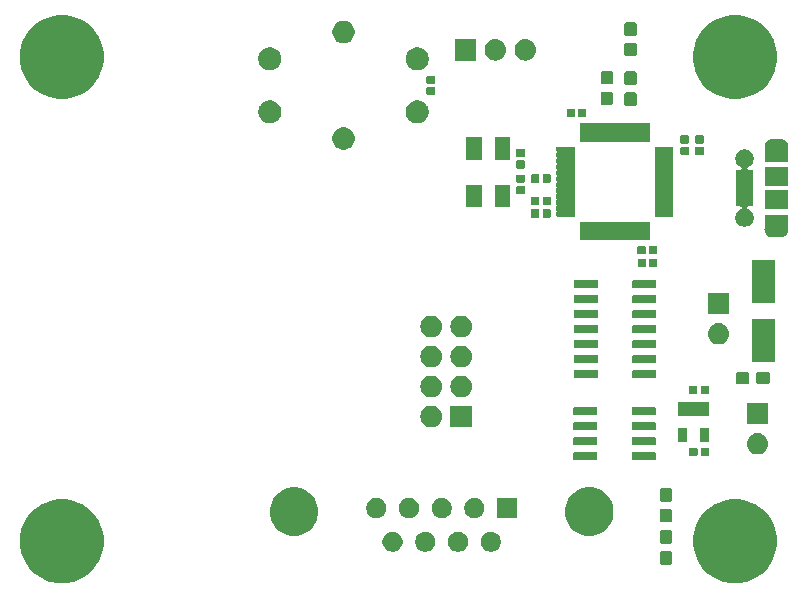
<source format=gbr>
G04 #@! TF.GenerationSoftware,KiCad,Pcbnew,5.1.4+dfsg1-1*
G04 #@! TF.CreationDate,2020-05-25T13:43:52+02:00*
G04 #@! TF.ProjectId,Telemetry,54656c65-6d65-4747-9279-2e6b69636164,rev?*
G04 #@! TF.SameCoordinates,Original*
G04 #@! TF.FileFunction,Soldermask,Top*
G04 #@! TF.FilePolarity,Negative*
%FSLAX46Y46*%
G04 Gerber Fmt 4.6, Leading zero omitted, Abs format (unit mm)*
G04 Created by KiCad (PCBNEW 5.1.4+dfsg1-1) date 2020-05-25 13:43:52*
%MOMM*%
%LPD*%
G04 APERTURE LIST*
%ADD10C,0.100000*%
G04 APERTURE END LIST*
D10*
G36*
X246035787Y-141585462D02*
G01*
X246183278Y-141646555D01*
X246682029Y-141853144D01*
X247263631Y-142241758D01*
X247758242Y-142736369D01*
X248146856Y-143317971D01*
X248261541Y-143594845D01*
X248414538Y-143964213D01*
X248551000Y-144650256D01*
X248551000Y-145349744D01*
X248414538Y-146035787D01*
X248414537Y-146035789D01*
X248146856Y-146682029D01*
X247758242Y-147263631D01*
X247263631Y-147758242D01*
X246682029Y-148146856D01*
X246225068Y-148336135D01*
X246035787Y-148414538D01*
X245349744Y-148551000D01*
X244650256Y-148551000D01*
X243964213Y-148414538D01*
X243774932Y-148336135D01*
X243317971Y-148146856D01*
X242736369Y-147758242D01*
X242241758Y-147263631D01*
X241853144Y-146682029D01*
X241585463Y-146035789D01*
X241585462Y-146035787D01*
X241449000Y-145349744D01*
X241449000Y-144650256D01*
X241585462Y-143964213D01*
X241738459Y-143594845D01*
X241853144Y-143317971D01*
X242241758Y-142736369D01*
X242736369Y-142241758D01*
X243317971Y-141853144D01*
X243816722Y-141646555D01*
X243964213Y-141585462D01*
X244650256Y-141449000D01*
X245349744Y-141449000D01*
X246035787Y-141585462D01*
X246035787Y-141585462D01*
G37*
G36*
X189035787Y-141585462D02*
G01*
X189183278Y-141646555D01*
X189682029Y-141853144D01*
X190263631Y-142241758D01*
X190758242Y-142736369D01*
X191146856Y-143317971D01*
X191261541Y-143594845D01*
X191414538Y-143964213D01*
X191551000Y-144650256D01*
X191551000Y-145349744D01*
X191414538Y-146035787D01*
X191414537Y-146035789D01*
X191146856Y-146682029D01*
X190758242Y-147263631D01*
X190263631Y-147758242D01*
X189682029Y-148146856D01*
X189225068Y-148336135D01*
X189035787Y-148414538D01*
X188349744Y-148551000D01*
X187650256Y-148551000D01*
X186964213Y-148414538D01*
X186774932Y-148336135D01*
X186317971Y-148146856D01*
X185736369Y-147758242D01*
X185241758Y-147263631D01*
X184853144Y-146682029D01*
X184585463Y-146035789D01*
X184585462Y-146035787D01*
X184449000Y-145349744D01*
X184449000Y-144650256D01*
X184585462Y-143964213D01*
X184738459Y-143594845D01*
X184853144Y-143317971D01*
X185241758Y-142736369D01*
X185736369Y-142241758D01*
X186317971Y-141853144D01*
X186816722Y-141646555D01*
X186964213Y-141585462D01*
X187650256Y-141449000D01*
X188349744Y-141449000D01*
X189035787Y-141585462D01*
X189035787Y-141585462D01*
G37*
G36*
X239514499Y-145828445D02*
G01*
X239551995Y-145839820D01*
X239586554Y-145858292D01*
X239616847Y-145883153D01*
X239641708Y-145913446D01*
X239660180Y-145948005D01*
X239671555Y-145985501D01*
X239676000Y-146030638D01*
X239676000Y-146769362D01*
X239671555Y-146814499D01*
X239660180Y-146851995D01*
X239641708Y-146886554D01*
X239616847Y-146916847D01*
X239586554Y-146941708D01*
X239551995Y-146960180D01*
X239514499Y-146971555D01*
X239469362Y-146976000D01*
X238830638Y-146976000D01*
X238785501Y-146971555D01*
X238748005Y-146960180D01*
X238713446Y-146941708D01*
X238683153Y-146916847D01*
X238658292Y-146886554D01*
X238639820Y-146851995D01*
X238628445Y-146814499D01*
X238624000Y-146769362D01*
X238624000Y-146030638D01*
X238628445Y-145985501D01*
X238639820Y-145948005D01*
X238658292Y-145913446D01*
X238683153Y-145883153D01*
X238713446Y-145858292D01*
X238748005Y-145839820D01*
X238785501Y-145828445D01*
X238830638Y-145824000D01*
X239469362Y-145824000D01*
X239514499Y-145828445D01*
X239514499Y-145828445D01*
G37*
G36*
X224563228Y-144221703D02*
G01*
X224718100Y-144285853D01*
X224857481Y-144378985D01*
X224976015Y-144497519D01*
X225069147Y-144636900D01*
X225133297Y-144791772D01*
X225166000Y-144956184D01*
X225166000Y-145123816D01*
X225133297Y-145288228D01*
X225069147Y-145443100D01*
X224976015Y-145582481D01*
X224857481Y-145701015D01*
X224718100Y-145794147D01*
X224563228Y-145858297D01*
X224398816Y-145891000D01*
X224231184Y-145891000D01*
X224066772Y-145858297D01*
X223911900Y-145794147D01*
X223772519Y-145701015D01*
X223653985Y-145582481D01*
X223560853Y-145443100D01*
X223496703Y-145288228D01*
X223464000Y-145123816D01*
X223464000Y-144956184D01*
X223496703Y-144791772D01*
X223560853Y-144636900D01*
X223653985Y-144497519D01*
X223772519Y-144378985D01*
X223911900Y-144285853D01*
X224066772Y-144221703D01*
X224231184Y-144189000D01*
X224398816Y-144189000D01*
X224563228Y-144221703D01*
X224563228Y-144221703D01*
G37*
G36*
X216253228Y-144221703D02*
G01*
X216408100Y-144285853D01*
X216547481Y-144378985D01*
X216666015Y-144497519D01*
X216759147Y-144636900D01*
X216823297Y-144791772D01*
X216856000Y-144956184D01*
X216856000Y-145123816D01*
X216823297Y-145288228D01*
X216759147Y-145443100D01*
X216666015Y-145582481D01*
X216547481Y-145701015D01*
X216408100Y-145794147D01*
X216253228Y-145858297D01*
X216088816Y-145891000D01*
X215921184Y-145891000D01*
X215756772Y-145858297D01*
X215601900Y-145794147D01*
X215462519Y-145701015D01*
X215343985Y-145582481D01*
X215250853Y-145443100D01*
X215186703Y-145288228D01*
X215154000Y-145123816D01*
X215154000Y-144956184D01*
X215186703Y-144791772D01*
X215250853Y-144636900D01*
X215343985Y-144497519D01*
X215462519Y-144378985D01*
X215601900Y-144285853D01*
X215756772Y-144221703D01*
X215921184Y-144189000D01*
X216088816Y-144189000D01*
X216253228Y-144221703D01*
X216253228Y-144221703D01*
G37*
G36*
X221793228Y-144221703D02*
G01*
X221948100Y-144285853D01*
X222087481Y-144378985D01*
X222206015Y-144497519D01*
X222299147Y-144636900D01*
X222363297Y-144791772D01*
X222396000Y-144956184D01*
X222396000Y-145123816D01*
X222363297Y-145288228D01*
X222299147Y-145443100D01*
X222206015Y-145582481D01*
X222087481Y-145701015D01*
X221948100Y-145794147D01*
X221793228Y-145858297D01*
X221628816Y-145891000D01*
X221461184Y-145891000D01*
X221296772Y-145858297D01*
X221141900Y-145794147D01*
X221002519Y-145701015D01*
X220883985Y-145582481D01*
X220790853Y-145443100D01*
X220726703Y-145288228D01*
X220694000Y-145123816D01*
X220694000Y-144956184D01*
X220726703Y-144791772D01*
X220790853Y-144636900D01*
X220883985Y-144497519D01*
X221002519Y-144378985D01*
X221141900Y-144285853D01*
X221296772Y-144221703D01*
X221461184Y-144189000D01*
X221628816Y-144189000D01*
X221793228Y-144221703D01*
X221793228Y-144221703D01*
G37*
G36*
X219023228Y-144221703D02*
G01*
X219178100Y-144285853D01*
X219317481Y-144378985D01*
X219436015Y-144497519D01*
X219529147Y-144636900D01*
X219593297Y-144791772D01*
X219626000Y-144956184D01*
X219626000Y-145123816D01*
X219593297Y-145288228D01*
X219529147Y-145443100D01*
X219436015Y-145582481D01*
X219317481Y-145701015D01*
X219178100Y-145794147D01*
X219023228Y-145858297D01*
X218858816Y-145891000D01*
X218691184Y-145891000D01*
X218526772Y-145858297D01*
X218371900Y-145794147D01*
X218232519Y-145701015D01*
X218113985Y-145582481D01*
X218020853Y-145443100D01*
X217956703Y-145288228D01*
X217924000Y-145123816D01*
X217924000Y-144956184D01*
X217956703Y-144791772D01*
X218020853Y-144636900D01*
X218113985Y-144497519D01*
X218232519Y-144378985D01*
X218371900Y-144285853D01*
X218526772Y-144221703D01*
X218691184Y-144189000D01*
X218858816Y-144189000D01*
X219023228Y-144221703D01*
X219023228Y-144221703D01*
G37*
G36*
X239514499Y-144078445D02*
G01*
X239551995Y-144089820D01*
X239586554Y-144108292D01*
X239616847Y-144133153D01*
X239641708Y-144163446D01*
X239660180Y-144198005D01*
X239671555Y-144235501D01*
X239676000Y-144280638D01*
X239676000Y-145019362D01*
X239671555Y-145064499D01*
X239660180Y-145101995D01*
X239641708Y-145136554D01*
X239616847Y-145166847D01*
X239586554Y-145191708D01*
X239551995Y-145210180D01*
X239514499Y-145221555D01*
X239469362Y-145226000D01*
X238830638Y-145226000D01*
X238785501Y-145221555D01*
X238748005Y-145210180D01*
X238713446Y-145191708D01*
X238683153Y-145166847D01*
X238658292Y-145136554D01*
X238639820Y-145101995D01*
X238628445Y-145064499D01*
X238624000Y-145019362D01*
X238624000Y-144280638D01*
X238628445Y-144235501D01*
X238639820Y-144198005D01*
X238658292Y-144163446D01*
X238683153Y-144133153D01*
X238713446Y-144108292D01*
X238748005Y-144089820D01*
X238785501Y-144078445D01*
X238830638Y-144074000D01*
X239469362Y-144074000D01*
X239514499Y-144078445D01*
X239514499Y-144078445D01*
G37*
G36*
X208258254Y-140527818D02*
G01*
X208631511Y-140682426D01*
X208631513Y-140682427D01*
X208967436Y-140906884D01*
X209253116Y-141192564D01*
X209422359Y-141445853D01*
X209477574Y-141528489D01*
X209632182Y-141901746D01*
X209711000Y-142297993D01*
X209711000Y-142702007D01*
X209632182Y-143098254D01*
X209494213Y-143431341D01*
X209477573Y-143471513D01*
X209253116Y-143807436D01*
X208967436Y-144093116D01*
X208631513Y-144317573D01*
X208631512Y-144317574D01*
X208631511Y-144317574D01*
X208258254Y-144472182D01*
X207862007Y-144551000D01*
X207457993Y-144551000D01*
X207061746Y-144472182D01*
X206688489Y-144317574D01*
X206688488Y-144317574D01*
X206688487Y-144317573D01*
X206352564Y-144093116D01*
X206066884Y-143807436D01*
X205842427Y-143471513D01*
X205825787Y-143431341D01*
X205687818Y-143098254D01*
X205609000Y-142702007D01*
X205609000Y-142297993D01*
X205687818Y-141901746D01*
X205842426Y-141528489D01*
X205897642Y-141445853D01*
X206066884Y-141192564D01*
X206352564Y-140906884D01*
X206688487Y-140682427D01*
X206688489Y-140682426D01*
X207061746Y-140527818D01*
X207457993Y-140449000D01*
X207862007Y-140449000D01*
X208258254Y-140527818D01*
X208258254Y-140527818D01*
G37*
G36*
X233258254Y-140527818D02*
G01*
X233631511Y-140682426D01*
X233631513Y-140682427D01*
X233967436Y-140906884D01*
X234253116Y-141192564D01*
X234422359Y-141445853D01*
X234477574Y-141528489D01*
X234632182Y-141901746D01*
X234711000Y-142297993D01*
X234711000Y-142702007D01*
X234632182Y-143098254D01*
X234494213Y-143431341D01*
X234477573Y-143471513D01*
X234253116Y-143807436D01*
X233967436Y-144093116D01*
X233631513Y-144317573D01*
X233631512Y-144317574D01*
X233631511Y-144317574D01*
X233258254Y-144472182D01*
X232862007Y-144551000D01*
X232457993Y-144551000D01*
X232061746Y-144472182D01*
X231688489Y-144317574D01*
X231688488Y-144317574D01*
X231688487Y-144317573D01*
X231352564Y-144093116D01*
X231066884Y-143807436D01*
X230842427Y-143471513D01*
X230825787Y-143431341D01*
X230687818Y-143098254D01*
X230609000Y-142702007D01*
X230609000Y-142297993D01*
X230687818Y-141901746D01*
X230842426Y-141528489D01*
X230897642Y-141445853D01*
X231066884Y-141192564D01*
X231352564Y-140906884D01*
X231688487Y-140682427D01*
X231688489Y-140682426D01*
X232061746Y-140527818D01*
X232457993Y-140449000D01*
X232862007Y-140449000D01*
X233258254Y-140527818D01*
X233258254Y-140527818D01*
G37*
G36*
X239514499Y-142253445D02*
G01*
X239551995Y-142264820D01*
X239586554Y-142283292D01*
X239616847Y-142308153D01*
X239641708Y-142338446D01*
X239660180Y-142373005D01*
X239671555Y-142410501D01*
X239676000Y-142455638D01*
X239676000Y-143194362D01*
X239671555Y-143239499D01*
X239660180Y-143276995D01*
X239641708Y-143311554D01*
X239616847Y-143341847D01*
X239586554Y-143366708D01*
X239551995Y-143385180D01*
X239514499Y-143396555D01*
X239469362Y-143401000D01*
X238830638Y-143401000D01*
X238785501Y-143396555D01*
X238748005Y-143385180D01*
X238713446Y-143366708D01*
X238683153Y-143341847D01*
X238658292Y-143311554D01*
X238639820Y-143276995D01*
X238628445Y-143239499D01*
X238624000Y-143194362D01*
X238624000Y-142455638D01*
X238628445Y-142410501D01*
X238639820Y-142373005D01*
X238658292Y-142338446D01*
X238683153Y-142308153D01*
X238713446Y-142283292D01*
X238748005Y-142264820D01*
X238785501Y-142253445D01*
X238830638Y-142249000D01*
X239469362Y-142249000D01*
X239514499Y-142253445D01*
X239514499Y-142253445D01*
G37*
G36*
X223178228Y-141381703D02*
G01*
X223333100Y-141445853D01*
X223472481Y-141538985D01*
X223591015Y-141657519D01*
X223684147Y-141796900D01*
X223748297Y-141951772D01*
X223781000Y-142116184D01*
X223781000Y-142283816D01*
X223748297Y-142448228D01*
X223684147Y-142603100D01*
X223591015Y-142742481D01*
X223472481Y-142861015D01*
X223333100Y-142954147D01*
X223178228Y-143018297D01*
X223013816Y-143051000D01*
X222846184Y-143051000D01*
X222681772Y-143018297D01*
X222526900Y-142954147D01*
X222387519Y-142861015D01*
X222268985Y-142742481D01*
X222175853Y-142603100D01*
X222111703Y-142448228D01*
X222079000Y-142283816D01*
X222079000Y-142116184D01*
X222111703Y-141951772D01*
X222175853Y-141796900D01*
X222268985Y-141657519D01*
X222387519Y-141538985D01*
X222526900Y-141445853D01*
X222681772Y-141381703D01*
X222846184Y-141349000D01*
X223013816Y-141349000D01*
X223178228Y-141381703D01*
X223178228Y-141381703D01*
G37*
G36*
X226551000Y-143051000D02*
G01*
X224849000Y-143051000D01*
X224849000Y-141349000D01*
X226551000Y-141349000D01*
X226551000Y-143051000D01*
X226551000Y-143051000D01*
G37*
G36*
X214868228Y-141381703D02*
G01*
X215023100Y-141445853D01*
X215162481Y-141538985D01*
X215281015Y-141657519D01*
X215374147Y-141796900D01*
X215438297Y-141951772D01*
X215471000Y-142116184D01*
X215471000Y-142283816D01*
X215438297Y-142448228D01*
X215374147Y-142603100D01*
X215281015Y-142742481D01*
X215162481Y-142861015D01*
X215023100Y-142954147D01*
X214868228Y-143018297D01*
X214703816Y-143051000D01*
X214536184Y-143051000D01*
X214371772Y-143018297D01*
X214216900Y-142954147D01*
X214077519Y-142861015D01*
X213958985Y-142742481D01*
X213865853Y-142603100D01*
X213801703Y-142448228D01*
X213769000Y-142283816D01*
X213769000Y-142116184D01*
X213801703Y-141951772D01*
X213865853Y-141796900D01*
X213958985Y-141657519D01*
X214077519Y-141538985D01*
X214216900Y-141445853D01*
X214371772Y-141381703D01*
X214536184Y-141349000D01*
X214703816Y-141349000D01*
X214868228Y-141381703D01*
X214868228Y-141381703D01*
G37*
G36*
X217638228Y-141381703D02*
G01*
X217793100Y-141445853D01*
X217932481Y-141538985D01*
X218051015Y-141657519D01*
X218144147Y-141796900D01*
X218208297Y-141951772D01*
X218241000Y-142116184D01*
X218241000Y-142283816D01*
X218208297Y-142448228D01*
X218144147Y-142603100D01*
X218051015Y-142742481D01*
X217932481Y-142861015D01*
X217793100Y-142954147D01*
X217638228Y-143018297D01*
X217473816Y-143051000D01*
X217306184Y-143051000D01*
X217141772Y-143018297D01*
X216986900Y-142954147D01*
X216847519Y-142861015D01*
X216728985Y-142742481D01*
X216635853Y-142603100D01*
X216571703Y-142448228D01*
X216539000Y-142283816D01*
X216539000Y-142116184D01*
X216571703Y-141951772D01*
X216635853Y-141796900D01*
X216728985Y-141657519D01*
X216847519Y-141538985D01*
X216986900Y-141445853D01*
X217141772Y-141381703D01*
X217306184Y-141349000D01*
X217473816Y-141349000D01*
X217638228Y-141381703D01*
X217638228Y-141381703D01*
G37*
G36*
X220408228Y-141381703D02*
G01*
X220563100Y-141445853D01*
X220702481Y-141538985D01*
X220821015Y-141657519D01*
X220914147Y-141796900D01*
X220978297Y-141951772D01*
X221011000Y-142116184D01*
X221011000Y-142283816D01*
X220978297Y-142448228D01*
X220914147Y-142603100D01*
X220821015Y-142742481D01*
X220702481Y-142861015D01*
X220563100Y-142954147D01*
X220408228Y-143018297D01*
X220243816Y-143051000D01*
X220076184Y-143051000D01*
X219911772Y-143018297D01*
X219756900Y-142954147D01*
X219617519Y-142861015D01*
X219498985Y-142742481D01*
X219405853Y-142603100D01*
X219341703Y-142448228D01*
X219309000Y-142283816D01*
X219309000Y-142116184D01*
X219341703Y-141951772D01*
X219405853Y-141796900D01*
X219498985Y-141657519D01*
X219617519Y-141538985D01*
X219756900Y-141445853D01*
X219911772Y-141381703D01*
X220076184Y-141349000D01*
X220243816Y-141349000D01*
X220408228Y-141381703D01*
X220408228Y-141381703D01*
G37*
G36*
X239514499Y-140503445D02*
G01*
X239551995Y-140514820D01*
X239586554Y-140533292D01*
X239616847Y-140558153D01*
X239641708Y-140588446D01*
X239660180Y-140623005D01*
X239671555Y-140660501D01*
X239676000Y-140705638D01*
X239676000Y-141444362D01*
X239671555Y-141489499D01*
X239660180Y-141526995D01*
X239641708Y-141561554D01*
X239616847Y-141591847D01*
X239586554Y-141616708D01*
X239551995Y-141635180D01*
X239514499Y-141646555D01*
X239469362Y-141651000D01*
X238830638Y-141651000D01*
X238785501Y-141646555D01*
X238748005Y-141635180D01*
X238713446Y-141616708D01*
X238683153Y-141591847D01*
X238658292Y-141561554D01*
X238639820Y-141526995D01*
X238628445Y-141489499D01*
X238624000Y-141444362D01*
X238624000Y-140705638D01*
X238628445Y-140660501D01*
X238639820Y-140623005D01*
X238658292Y-140588446D01*
X238683153Y-140558153D01*
X238713446Y-140533292D01*
X238748005Y-140514820D01*
X238785501Y-140503445D01*
X238830638Y-140499000D01*
X239469362Y-140499000D01*
X239514499Y-140503445D01*
X239514499Y-140503445D01*
G37*
G36*
X233259928Y-137456764D02*
G01*
X233281009Y-137463160D01*
X233300445Y-137473548D01*
X233317476Y-137487524D01*
X233331452Y-137504555D01*
X233341840Y-137523991D01*
X233348236Y-137545072D01*
X233351000Y-137573140D01*
X233351000Y-138036860D01*
X233348236Y-138064928D01*
X233341840Y-138086009D01*
X233331452Y-138105445D01*
X233317476Y-138122476D01*
X233300445Y-138136452D01*
X233281009Y-138146840D01*
X233259928Y-138153236D01*
X233231860Y-138156000D01*
X231418140Y-138156000D01*
X231390072Y-138153236D01*
X231368991Y-138146840D01*
X231349555Y-138136452D01*
X231332524Y-138122476D01*
X231318548Y-138105445D01*
X231308160Y-138086009D01*
X231301764Y-138064928D01*
X231299000Y-138036860D01*
X231299000Y-137573140D01*
X231301764Y-137545072D01*
X231308160Y-137523991D01*
X231318548Y-137504555D01*
X231332524Y-137487524D01*
X231349555Y-137473548D01*
X231368991Y-137463160D01*
X231390072Y-137456764D01*
X231418140Y-137454000D01*
X233231860Y-137454000D01*
X233259928Y-137456764D01*
X233259928Y-137456764D01*
G37*
G36*
X238209928Y-137456764D02*
G01*
X238231009Y-137463160D01*
X238250445Y-137473548D01*
X238267476Y-137487524D01*
X238281452Y-137504555D01*
X238291840Y-137523991D01*
X238298236Y-137545072D01*
X238301000Y-137573140D01*
X238301000Y-138036860D01*
X238298236Y-138064928D01*
X238291840Y-138086009D01*
X238281452Y-138105445D01*
X238267476Y-138122476D01*
X238250445Y-138136452D01*
X238231009Y-138146840D01*
X238209928Y-138153236D01*
X238181860Y-138156000D01*
X236368140Y-138156000D01*
X236340072Y-138153236D01*
X236318991Y-138146840D01*
X236299555Y-138136452D01*
X236282524Y-138122476D01*
X236268548Y-138105445D01*
X236258160Y-138086009D01*
X236251764Y-138064928D01*
X236249000Y-138036860D01*
X236249000Y-137573140D01*
X236251764Y-137545072D01*
X236258160Y-137523991D01*
X236268548Y-137504555D01*
X236282524Y-137487524D01*
X236299555Y-137473548D01*
X236318991Y-137463160D01*
X236340072Y-137456764D01*
X236368140Y-137454000D01*
X238181860Y-137454000D01*
X238209928Y-137456764D01*
X238209928Y-137456764D01*
G37*
G36*
X242706938Y-137081716D02*
G01*
X242727557Y-137087971D01*
X242746553Y-137098124D01*
X242763208Y-137111792D01*
X242776876Y-137128447D01*
X242787029Y-137147443D01*
X242793284Y-137168062D01*
X242796000Y-137195640D01*
X242796000Y-137704360D01*
X242793284Y-137731938D01*
X242787029Y-137752557D01*
X242776876Y-137771553D01*
X242763208Y-137788208D01*
X242746553Y-137801876D01*
X242727557Y-137812029D01*
X242706938Y-137818284D01*
X242679360Y-137821000D01*
X242220640Y-137821000D01*
X242193062Y-137818284D01*
X242172443Y-137812029D01*
X242153447Y-137801876D01*
X242136792Y-137788208D01*
X242123124Y-137771553D01*
X242112971Y-137752557D01*
X242106716Y-137731938D01*
X242104000Y-137704360D01*
X242104000Y-137195640D01*
X242106716Y-137168062D01*
X242112971Y-137147443D01*
X242123124Y-137128447D01*
X242136792Y-137111792D01*
X242153447Y-137098124D01*
X242172443Y-137087971D01*
X242193062Y-137081716D01*
X242220640Y-137079000D01*
X242679360Y-137079000D01*
X242706938Y-137081716D01*
X242706938Y-137081716D01*
G37*
G36*
X241736938Y-137081716D02*
G01*
X241757557Y-137087971D01*
X241776553Y-137098124D01*
X241793208Y-137111792D01*
X241806876Y-137128447D01*
X241817029Y-137147443D01*
X241823284Y-137168062D01*
X241826000Y-137195640D01*
X241826000Y-137704360D01*
X241823284Y-137731938D01*
X241817029Y-137752557D01*
X241806876Y-137771553D01*
X241793208Y-137788208D01*
X241776553Y-137801876D01*
X241757557Y-137812029D01*
X241736938Y-137818284D01*
X241709360Y-137821000D01*
X241250640Y-137821000D01*
X241223062Y-137818284D01*
X241202443Y-137812029D01*
X241183447Y-137801876D01*
X241166792Y-137788208D01*
X241153124Y-137771553D01*
X241142971Y-137752557D01*
X241136716Y-137731938D01*
X241134000Y-137704360D01*
X241134000Y-137195640D01*
X241136716Y-137168062D01*
X241142971Y-137147443D01*
X241153124Y-137128447D01*
X241166792Y-137111792D01*
X241183447Y-137098124D01*
X241202443Y-137087971D01*
X241223062Y-137081716D01*
X241250640Y-137079000D01*
X241709360Y-137079000D01*
X241736938Y-137081716D01*
X241736938Y-137081716D01*
G37*
G36*
X247010443Y-135845519D02*
G01*
X247076627Y-135852037D01*
X247246466Y-135903557D01*
X247402991Y-135987222D01*
X247438729Y-136016552D01*
X247540186Y-136099814D01*
X247611543Y-136186764D01*
X247652778Y-136237009D01*
X247736443Y-136393534D01*
X247787963Y-136563373D01*
X247805359Y-136740000D01*
X247787963Y-136916627D01*
X247736443Y-137086466D01*
X247652778Y-137242991D01*
X247645384Y-137252000D01*
X247540186Y-137380186D01*
X247450242Y-137454000D01*
X247402991Y-137492778D01*
X247402989Y-137492779D01*
X247252646Y-137573140D01*
X247246466Y-137576443D01*
X247076627Y-137627963D01*
X247010443Y-137634481D01*
X246944260Y-137641000D01*
X246855740Y-137641000D01*
X246789557Y-137634481D01*
X246723373Y-137627963D01*
X246553534Y-137576443D01*
X246547355Y-137573140D01*
X246397011Y-137492779D01*
X246397009Y-137492778D01*
X246349758Y-137454000D01*
X246259814Y-137380186D01*
X246154616Y-137252000D01*
X246147222Y-137242991D01*
X246063557Y-137086466D01*
X246012037Y-136916627D01*
X245994641Y-136740000D01*
X246012037Y-136563373D01*
X246063557Y-136393534D01*
X246147222Y-136237009D01*
X246188457Y-136186764D01*
X246259814Y-136099814D01*
X246361271Y-136016552D01*
X246397009Y-135987222D01*
X246553534Y-135903557D01*
X246723373Y-135852037D01*
X246789557Y-135845519D01*
X246855740Y-135839000D01*
X246944260Y-135839000D01*
X247010443Y-135845519D01*
X247010443Y-135845519D01*
G37*
G36*
X233259928Y-136186764D02*
G01*
X233281009Y-136193160D01*
X233300445Y-136203548D01*
X233317476Y-136217524D01*
X233331452Y-136234555D01*
X233341840Y-136253991D01*
X233348236Y-136275072D01*
X233351000Y-136303140D01*
X233351000Y-136766860D01*
X233348236Y-136794928D01*
X233341840Y-136816009D01*
X233331452Y-136835445D01*
X233317476Y-136852476D01*
X233300445Y-136866452D01*
X233281009Y-136876840D01*
X233259928Y-136883236D01*
X233231860Y-136886000D01*
X231418140Y-136886000D01*
X231390072Y-136883236D01*
X231368991Y-136876840D01*
X231349555Y-136866452D01*
X231332524Y-136852476D01*
X231318548Y-136835445D01*
X231308160Y-136816009D01*
X231301764Y-136794928D01*
X231299000Y-136766860D01*
X231299000Y-136303140D01*
X231301764Y-136275072D01*
X231308160Y-136253991D01*
X231318548Y-136234555D01*
X231332524Y-136217524D01*
X231349555Y-136203548D01*
X231368991Y-136193160D01*
X231390072Y-136186764D01*
X231418140Y-136184000D01*
X233231860Y-136184000D01*
X233259928Y-136186764D01*
X233259928Y-136186764D01*
G37*
G36*
X238209928Y-136186764D02*
G01*
X238231009Y-136193160D01*
X238250445Y-136203548D01*
X238267476Y-136217524D01*
X238281452Y-136234555D01*
X238291840Y-136253991D01*
X238298236Y-136275072D01*
X238301000Y-136303140D01*
X238301000Y-136766860D01*
X238298236Y-136794928D01*
X238291840Y-136816009D01*
X238281452Y-136835445D01*
X238267476Y-136852476D01*
X238250445Y-136866452D01*
X238231009Y-136876840D01*
X238209928Y-136883236D01*
X238181860Y-136886000D01*
X236368140Y-136886000D01*
X236340072Y-136883236D01*
X236318991Y-136876840D01*
X236299555Y-136866452D01*
X236282524Y-136852476D01*
X236268548Y-136835445D01*
X236258160Y-136816009D01*
X236251764Y-136794928D01*
X236249000Y-136766860D01*
X236249000Y-136303140D01*
X236251764Y-136275072D01*
X236258160Y-136253991D01*
X236268548Y-136234555D01*
X236282524Y-136217524D01*
X236299555Y-136203548D01*
X236318991Y-136193160D01*
X236340072Y-136186764D01*
X236368140Y-136184000D01*
X238181860Y-136184000D01*
X238209928Y-136186764D01*
X238209928Y-136186764D01*
G37*
G36*
X240926000Y-136581000D02*
G01*
X240174000Y-136581000D01*
X240174000Y-135419000D01*
X240926000Y-135419000D01*
X240926000Y-136581000D01*
X240926000Y-136581000D01*
G37*
G36*
X242826000Y-136581000D02*
G01*
X242074000Y-136581000D01*
X242074000Y-135419000D01*
X242826000Y-135419000D01*
X242826000Y-136581000D01*
X242826000Y-136581000D01*
G37*
G36*
X238209928Y-134916764D02*
G01*
X238231009Y-134923160D01*
X238250445Y-134933548D01*
X238267476Y-134947524D01*
X238281452Y-134964555D01*
X238291840Y-134983991D01*
X238298236Y-135005072D01*
X238301000Y-135033140D01*
X238301000Y-135496860D01*
X238298236Y-135524928D01*
X238291840Y-135546009D01*
X238281452Y-135565445D01*
X238267476Y-135582476D01*
X238250445Y-135596452D01*
X238231009Y-135606840D01*
X238209928Y-135613236D01*
X238181860Y-135616000D01*
X236368140Y-135616000D01*
X236340072Y-135613236D01*
X236318991Y-135606840D01*
X236299555Y-135596452D01*
X236282524Y-135582476D01*
X236268548Y-135565445D01*
X236258160Y-135546009D01*
X236251764Y-135524928D01*
X236249000Y-135496860D01*
X236249000Y-135033140D01*
X236251764Y-135005072D01*
X236258160Y-134983991D01*
X236268548Y-134964555D01*
X236282524Y-134947524D01*
X236299555Y-134933548D01*
X236318991Y-134923160D01*
X236340072Y-134916764D01*
X236368140Y-134914000D01*
X238181860Y-134914000D01*
X238209928Y-134916764D01*
X238209928Y-134916764D01*
G37*
G36*
X233259928Y-134916764D02*
G01*
X233281009Y-134923160D01*
X233300445Y-134933548D01*
X233317476Y-134947524D01*
X233331452Y-134964555D01*
X233341840Y-134983991D01*
X233348236Y-135005072D01*
X233351000Y-135033140D01*
X233351000Y-135496860D01*
X233348236Y-135524928D01*
X233341840Y-135546009D01*
X233331452Y-135565445D01*
X233317476Y-135582476D01*
X233300445Y-135596452D01*
X233281009Y-135606840D01*
X233259928Y-135613236D01*
X233231860Y-135616000D01*
X231418140Y-135616000D01*
X231390072Y-135613236D01*
X231368991Y-135606840D01*
X231349555Y-135596452D01*
X231332524Y-135582476D01*
X231318548Y-135565445D01*
X231308160Y-135546009D01*
X231301764Y-135524928D01*
X231299000Y-135496860D01*
X231299000Y-135033140D01*
X231301764Y-135005072D01*
X231308160Y-134983991D01*
X231318548Y-134964555D01*
X231332524Y-134947524D01*
X231349555Y-134933548D01*
X231368991Y-134923160D01*
X231390072Y-134916764D01*
X231418140Y-134914000D01*
X233231860Y-134914000D01*
X233259928Y-134916764D01*
X233259928Y-134916764D01*
G37*
G36*
X219461294Y-133538633D02*
G01*
X219633695Y-133590931D01*
X219792583Y-133675858D01*
X219931849Y-133790151D01*
X220046142Y-133929417D01*
X220131069Y-134088305D01*
X220183367Y-134260706D01*
X220201025Y-134440000D01*
X220183367Y-134619294D01*
X220131069Y-134791695D01*
X220046142Y-134950583D01*
X219931849Y-135089849D01*
X219792583Y-135204142D01*
X219633695Y-135289069D01*
X219461294Y-135341367D01*
X219326931Y-135354600D01*
X219237069Y-135354600D01*
X219102706Y-135341367D01*
X218930305Y-135289069D01*
X218771417Y-135204142D01*
X218632151Y-135089849D01*
X218517858Y-134950583D01*
X218432931Y-134791695D01*
X218380633Y-134619294D01*
X218362975Y-134440000D01*
X218380633Y-134260706D01*
X218432931Y-134088305D01*
X218517858Y-133929417D01*
X218632151Y-133790151D01*
X218771417Y-133675858D01*
X218930305Y-133590931D01*
X219102706Y-133538633D01*
X219237069Y-133525400D01*
X219326931Y-133525400D01*
X219461294Y-133538633D01*
X219461294Y-133538633D01*
G37*
G36*
X222736600Y-135354600D02*
G01*
X220907400Y-135354600D01*
X220907400Y-133525400D01*
X222736600Y-133525400D01*
X222736600Y-135354600D01*
X222736600Y-135354600D01*
G37*
G36*
X247801000Y-135101000D02*
G01*
X245999000Y-135101000D01*
X245999000Y-133299000D01*
X247801000Y-133299000D01*
X247801000Y-135101000D01*
X247801000Y-135101000D01*
G37*
G36*
X242826000Y-134381000D02*
G01*
X240174000Y-134381000D01*
X240174000Y-133219000D01*
X242826000Y-133219000D01*
X242826000Y-134381000D01*
X242826000Y-134381000D01*
G37*
G36*
X238209928Y-133646764D02*
G01*
X238231009Y-133653160D01*
X238250445Y-133663548D01*
X238267476Y-133677524D01*
X238281452Y-133694555D01*
X238291840Y-133713991D01*
X238298236Y-133735072D01*
X238301000Y-133763140D01*
X238301000Y-134226860D01*
X238298236Y-134254928D01*
X238291840Y-134276009D01*
X238281452Y-134295445D01*
X238267476Y-134312476D01*
X238250445Y-134326452D01*
X238231009Y-134336840D01*
X238209928Y-134343236D01*
X238181860Y-134346000D01*
X236368140Y-134346000D01*
X236340072Y-134343236D01*
X236318991Y-134336840D01*
X236299555Y-134326452D01*
X236282524Y-134312476D01*
X236268548Y-134295445D01*
X236258160Y-134276009D01*
X236251764Y-134254928D01*
X236249000Y-134226860D01*
X236249000Y-133763140D01*
X236251764Y-133735072D01*
X236258160Y-133713991D01*
X236268548Y-133694555D01*
X236282524Y-133677524D01*
X236299555Y-133663548D01*
X236318991Y-133653160D01*
X236340072Y-133646764D01*
X236368140Y-133644000D01*
X238181860Y-133644000D01*
X238209928Y-133646764D01*
X238209928Y-133646764D01*
G37*
G36*
X233259928Y-133646764D02*
G01*
X233281009Y-133653160D01*
X233300445Y-133663548D01*
X233317476Y-133677524D01*
X233331452Y-133694555D01*
X233341840Y-133713991D01*
X233348236Y-133735072D01*
X233351000Y-133763140D01*
X233351000Y-134226860D01*
X233348236Y-134254928D01*
X233341840Y-134276009D01*
X233331452Y-134295445D01*
X233317476Y-134312476D01*
X233300445Y-134326452D01*
X233281009Y-134336840D01*
X233259928Y-134343236D01*
X233231860Y-134346000D01*
X231418140Y-134346000D01*
X231390072Y-134343236D01*
X231368991Y-134336840D01*
X231349555Y-134326452D01*
X231332524Y-134312476D01*
X231318548Y-134295445D01*
X231308160Y-134276009D01*
X231301764Y-134254928D01*
X231299000Y-134226860D01*
X231299000Y-133763140D01*
X231301764Y-133735072D01*
X231308160Y-133713991D01*
X231318548Y-133694555D01*
X231332524Y-133677524D01*
X231349555Y-133663548D01*
X231368991Y-133653160D01*
X231390072Y-133646764D01*
X231418140Y-133644000D01*
X233231860Y-133644000D01*
X233259928Y-133646764D01*
X233259928Y-133646764D01*
G37*
G36*
X222001294Y-130998633D02*
G01*
X222173695Y-131050931D01*
X222332583Y-131135858D01*
X222471849Y-131250151D01*
X222586142Y-131389417D01*
X222671069Y-131548305D01*
X222723367Y-131720706D01*
X222741025Y-131900000D01*
X222723367Y-132079294D01*
X222671069Y-132251695D01*
X222586142Y-132410583D01*
X222471849Y-132549849D01*
X222332583Y-132664142D01*
X222173695Y-132749069D01*
X222001294Y-132801367D01*
X221866931Y-132814600D01*
X221777069Y-132814600D01*
X221642706Y-132801367D01*
X221470305Y-132749069D01*
X221311417Y-132664142D01*
X221172151Y-132549849D01*
X221057858Y-132410583D01*
X220972931Y-132251695D01*
X220920633Y-132079294D01*
X220902975Y-131900000D01*
X220920633Y-131720706D01*
X220972931Y-131548305D01*
X221057858Y-131389417D01*
X221172151Y-131250151D01*
X221311417Y-131135858D01*
X221470305Y-131050931D01*
X221642706Y-130998633D01*
X221777069Y-130985400D01*
X221866931Y-130985400D01*
X222001294Y-130998633D01*
X222001294Y-130998633D01*
G37*
G36*
X219461294Y-130998633D02*
G01*
X219633695Y-131050931D01*
X219792583Y-131135858D01*
X219931849Y-131250151D01*
X220046142Y-131389417D01*
X220131069Y-131548305D01*
X220183367Y-131720706D01*
X220201025Y-131900000D01*
X220183367Y-132079294D01*
X220131069Y-132251695D01*
X220046142Y-132410583D01*
X219931849Y-132549849D01*
X219792583Y-132664142D01*
X219633695Y-132749069D01*
X219461294Y-132801367D01*
X219326931Y-132814600D01*
X219237069Y-132814600D01*
X219102706Y-132801367D01*
X218930305Y-132749069D01*
X218771417Y-132664142D01*
X218632151Y-132549849D01*
X218517858Y-132410583D01*
X218432931Y-132251695D01*
X218380633Y-132079294D01*
X218362975Y-131900000D01*
X218380633Y-131720706D01*
X218432931Y-131548305D01*
X218517858Y-131389417D01*
X218632151Y-131250151D01*
X218771417Y-131135858D01*
X218930305Y-131050931D01*
X219102706Y-130998633D01*
X219237069Y-130985400D01*
X219326931Y-130985400D01*
X219461294Y-130998633D01*
X219461294Y-130998633D01*
G37*
G36*
X241721938Y-131831716D02*
G01*
X241742557Y-131837971D01*
X241761553Y-131848124D01*
X241778208Y-131861792D01*
X241791876Y-131878447D01*
X241802029Y-131897443D01*
X241808284Y-131918062D01*
X241811000Y-131945640D01*
X241811000Y-132454360D01*
X241808284Y-132481938D01*
X241802029Y-132502557D01*
X241791876Y-132521553D01*
X241778208Y-132538208D01*
X241761553Y-132551876D01*
X241742557Y-132562029D01*
X241721938Y-132568284D01*
X241694360Y-132571000D01*
X241235640Y-132571000D01*
X241208062Y-132568284D01*
X241187443Y-132562029D01*
X241168447Y-132551876D01*
X241151792Y-132538208D01*
X241138124Y-132521553D01*
X241127971Y-132502557D01*
X241121716Y-132481938D01*
X241119000Y-132454360D01*
X241119000Y-131945640D01*
X241121716Y-131918062D01*
X241127971Y-131897443D01*
X241138124Y-131878447D01*
X241151792Y-131861792D01*
X241168447Y-131848124D01*
X241187443Y-131837971D01*
X241208062Y-131831716D01*
X241235640Y-131829000D01*
X241694360Y-131829000D01*
X241721938Y-131831716D01*
X241721938Y-131831716D01*
G37*
G36*
X242691938Y-131831716D02*
G01*
X242712557Y-131837971D01*
X242731553Y-131848124D01*
X242748208Y-131861792D01*
X242761876Y-131878447D01*
X242772029Y-131897443D01*
X242778284Y-131918062D01*
X242781000Y-131945640D01*
X242781000Y-132454360D01*
X242778284Y-132481938D01*
X242772029Y-132502557D01*
X242761876Y-132521553D01*
X242748208Y-132538208D01*
X242731553Y-132551876D01*
X242712557Y-132562029D01*
X242691938Y-132568284D01*
X242664360Y-132571000D01*
X242205640Y-132571000D01*
X242178062Y-132568284D01*
X242157443Y-132562029D01*
X242138447Y-132551876D01*
X242121792Y-132538208D01*
X242108124Y-132521553D01*
X242097971Y-132502557D01*
X242091716Y-132481938D01*
X242089000Y-132454360D01*
X242089000Y-131945640D01*
X242091716Y-131918062D01*
X242097971Y-131897443D01*
X242108124Y-131878447D01*
X242121792Y-131861792D01*
X242138447Y-131848124D01*
X242157443Y-131837971D01*
X242178062Y-131831716D01*
X242205640Y-131829000D01*
X242664360Y-131829000D01*
X242691938Y-131831716D01*
X242691938Y-131831716D01*
G37*
G36*
X247789499Y-130678445D02*
G01*
X247826995Y-130689820D01*
X247861554Y-130708292D01*
X247891847Y-130733153D01*
X247916708Y-130763446D01*
X247935180Y-130798005D01*
X247946555Y-130835501D01*
X247951000Y-130880638D01*
X247951000Y-131519362D01*
X247946555Y-131564499D01*
X247935180Y-131601995D01*
X247916708Y-131636554D01*
X247891847Y-131666847D01*
X247861554Y-131691708D01*
X247826995Y-131710180D01*
X247789499Y-131721555D01*
X247744362Y-131726000D01*
X247005638Y-131726000D01*
X246960501Y-131721555D01*
X246923005Y-131710180D01*
X246888446Y-131691708D01*
X246858153Y-131666847D01*
X246833292Y-131636554D01*
X246814820Y-131601995D01*
X246803445Y-131564499D01*
X246799000Y-131519362D01*
X246799000Y-130880638D01*
X246803445Y-130835501D01*
X246814820Y-130798005D01*
X246833292Y-130763446D01*
X246858153Y-130733153D01*
X246888446Y-130708292D01*
X246923005Y-130689820D01*
X246960501Y-130678445D01*
X247005638Y-130674000D01*
X247744362Y-130674000D01*
X247789499Y-130678445D01*
X247789499Y-130678445D01*
G37*
G36*
X246039499Y-130678445D02*
G01*
X246076995Y-130689820D01*
X246111554Y-130708292D01*
X246141847Y-130733153D01*
X246166708Y-130763446D01*
X246185180Y-130798005D01*
X246196555Y-130835501D01*
X246201000Y-130880638D01*
X246201000Y-131519362D01*
X246196555Y-131564499D01*
X246185180Y-131601995D01*
X246166708Y-131636554D01*
X246141847Y-131666847D01*
X246111554Y-131691708D01*
X246076995Y-131710180D01*
X246039499Y-131721555D01*
X245994362Y-131726000D01*
X245255638Y-131726000D01*
X245210501Y-131721555D01*
X245173005Y-131710180D01*
X245138446Y-131691708D01*
X245108153Y-131666847D01*
X245083292Y-131636554D01*
X245064820Y-131601995D01*
X245053445Y-131564499D01*
X245049000Y-131519362D01*
X245049000Y-130880638D01*
X245053445Y-130835501D01*
X245064820Y-130798005D01*
X245083292Y-130763446D01*
X245108153Y-130733153D01*
X245138446Y-130708292D01*
X245173005Y-130689820D01*
X245210501Y-130678445D01*
X245255638Y-130674000D01*
X245994362Y-130674000D01*
X246039499Y-130678445D01*
X246039499Y-130678445D01*
G37*
G36*
X233309928Y-130511764D02*
G01*
X233331009Y-130518160D01*
X233350445Y-130528548D01*
X233367476Y-130542524D01*
X233381452Y-130559555D01*
X233391840Y-130578991D01*
X233398236Y-130600072D01*
X233401000Y-130628140D01*
X233401000Y-131091860D01*
X233398236Y-131119928D01*
X233391840Y-131141009D01*
X233381452Y-131160445D01*
X233367476Y-131177476D01*
X233350445Y-131191452D01*
X233331009Y-131201840D01*
X233309928Y-131208236D01*
X233281860Y-131211000D01*
X231468140Y-131211000D01*
X231440072Y-131208236D01*
X231418991Y-131201840D01*
X231399555Y-131191452D01*
X231382524Y-131177476D01*
X231368548Y-131160445D01*
X231358160Y-131141009D01*
X231351764Y-131119928D01*
X231349000Y-131091860D01*
X231349000Y-130628140D01*
X231351764Y-130600072D01*
X231358160Y-130578991D01*
X231368548Y-130559555D01*
X231382524Y-130542524D01*
X231399555Y-130528548D01*
X231418991Y-130518160D01*
X231440072Y-130511764D01*
X231468140Y-130509000D01*
X233281860Y-130509000D01*
X233309928Y-130511764D01*
X233309928Y-130511764D01*
G37*
G36*
X238259928Y-130511764D02*
G01*
X238281009Y-130518160D01*
X238300445Y-130528548D01*
X238317476Y-130542524D01*
X238331452Y-130559555D01*
X238341840Y-130578991D01*
X238348236Y-130600072D01*
X238351000Y-130628140D01*
X238351000Y-131091860D01*
X238348236Y-131119928D01*
X238341840Y-131141009D01*
X238331452Y-131160445D01*
X238317476Y-131177476D01*
X238300445Y-131191452D01*
X238281009Y-131201840D01*
X238259928Y-131208236D01*
X238231860Y-131211000D01*
X236418140Y-131211000D01*
X236390072Y-131208236D01*
X236368991Y-131201840D01*
X236349555Y-131191452D01*
X236332524Y-131177476D01*
X236318548Y-131160445D01*
X236308160Y-131141009D01*
X236301764Y-131119928D01*
X236299000Y-131091860D01*
X236299000Y-130628140D01*
X236301764Y-130600072D01*
X236308160Y-130578991D01*
X236318548Y-130559555D01*
X236332524Y-130542524D01*
X236349555Y-130528548D01*
X236368991Y-130518160D01*
X236390072Y-130511764D01*
X236418140Y-130509000D01*
X238231860Y-130509000D01*
X238259928Y-130511764D01*
X238259928Y-130511764D01*
G37*
G36*
X219461294Y-128458633D02*
G01*
X219633695Y-128510931D01*
X219792583Y-128595858D01*
X219931849Y-128710151D01*
X220046142Y-128849417D01*
X220131069Y-129008305D01*
X220183367Y-129180706D01*
X220201025Y-129360000D01*
X220183367Y-129539294D01*
X220131069Y-129711695D01*
X220046142Y-129870583D01*
X219931849Y-130009849D01*
X219792583Y-130124142D01*
X219633695Y-130209069D01*
X219461294Y-130261367D01*
X219326931Y-130274600D01*
X219237069Y-130274600D01*
X219102706Y-130261367D01*
X218930305Y-130209069D01*
X218771417Y-130124142D01*
X218632151Y-130009849D01*
X218517858Y-129870583D01*
X218432931Y-129711695D01*
X218380633Y-129539294D01*
X218362975Y-129360000D01*
X218380633Y-129180706D01*
X218432931Y-129008305D01*
X218517858Y-128849417D01*
X218632151Y-128710151D01*
X218771417Y-128595858D01*
X218930305Y-128510931D01*
X219102706Y-128458633D01*
X219237069Y-128445400D01*
X219326931Y-128445400D01*
X219461294Y-128458633D01*
X219461294Y-128458633D01*
G37*
G36*
X222001294Y-128458633D02*
G01*
X222173695Y-128510931D01*
X222332583Y-128595858D01*
X222471849Y-128710151D01*
X222586142Y-128849417D01*
X222671069Y-129008305D01*
X222723367Y-129180706D01*
X222741025Y-129360000D01*
X222723367Y-129539294D01*
X222671069Y-129711695D01*
X222586142Y-129870583D01*
X222471849Y-130009849D01*
X222332583Y-130124142D01*
X222173695Y-130209069D01*
X222001294Y-130261367D01*
X221866931Y-130274600D01*
X221777069Y-130274600D01*
X221642706Y-130261367D01*
X221470305Y-130209069D01*
X221311417Y-130124142D01*
X221172151Y-130009849D01*
X221057858Y-129870583D01*
X220972931Y-129711695D01*
X220920633Y-129539294D01*
X220902975Y-129360000D01*
X220920633Y-129180706D01*
X220972931Y-129008305D01*
X221057858Y-128849417D01*
X221172151Y-128710151D01*
X221311417Y-128595858D01*
X221470305Y-128510931D01*
X221642706Y-128458633D01*
X221777069Y-128445400D01*
X221866931Y-128445400D01*
X222001294Y-128458633D01*
X222001294Y-128458633D01*
G37*
G36*
X233309928Y-129241764D02*
G01*
X233331009Y-129248160D01*
X233350445Y-129258548D01*
X233367476Y-129272524D01*
X233381452Y-129289555D01*
X233391840Y-129308991D01*
X233398236Y-129330072D01*
X233401000Y-129358140D01*
X233401000Y-129821860D01*
X233398236Y-129849928D01*
X233391840Y-129871009D01*
X233381452Y-129890445D01*
X233367476Y-129907476D01*
X233350445Y-129921452D01*
X233331009Y-129931840D01*
X233309928Y-129938236D01*
X233281860Y-129941000D01*
X231468140Y-129941000D01*
X231440072Y-129938236D01*
X231418991Y-129931840D01*
X231399555Y-129921452D01*
X231382524Y-129907476D01*
X231368548Y-129890445D01*
X231358160Y-129871009D01*
X231351764Y-129849928D01*
X231349000Y-129821860D01*
X231349000Y-129358140D01*
X231351764Y-129330072D01*
X231358160Y-129308991D01*
X231368548Y-129289555D01*
X231382524Y-129272524D01*
X231399555Y-129258548D01*
X231418991Y-129248160D01*
X231440072Y-129241764D01*
X231468140Y-129239000D01*
X233281860Y-129239000D01*
X233309928Y-129241764D01*
X233309928Y-129241764D01*
G37*
G36*
X238259928Y-129241764D02*
G01*
X238281009Y-129248160D01*
X238300445Y-129258548D01*
X238317476Y-129272524D01*
X238331452Y-129289555D01*
X238341840Y-129308991D01*
X238348236Y-129330072D01*
X238351000Y-129358140D01*
X238351000Y-129821860D01*
X238348236Y-129849928D01*
X238341840Y-129871009D01*
X238331452Y-129890445D01*
X238317476Y-129907476D01*
X238300445Y-129921452D01*
X238281009Y-129931840D01*
X238259928Y-129938236D01*
X238231860Y-129941000D01*
X236418140Y-129941000D01*
X236390072Y-129938236D01*
X236368991Y-129931840D01*
X236349555Y-129921452D01*
X236332524Y-129907476D01*
X236318548Y-129890445D01*
X236308160Y-129871009D01*
X236301764Y-129849928D01*
X236299000Y-129821860D01*
X236299000Y-129358140D01*
X236301764Y-129330072D01*
X236308160Y-129308991D01*
X236318548Y-129289555D01*
X236332524Y-129272524D01*
X236349555Y-129258548D01*
X236368991Y-129248160D01*
X236390072Y-129241764D01*
X236418140Y-129239000D01*
X238231860Y-129239000D01*
X238259928Y-129241764D01*
X238259928Y-129241764D01*
G37*
G36*
X248351000Y-129801000D02*
G01*
X246449000Y-129801000D01*
X246449000Y-126199000D01*
X248351000Y-126199000D01*
X248351000Y-129801000D01*
X248351000Y-129801000D01*
G37*
G36*
X238259928Y-127971764D02*
G01*
X238281009Y-127978160D01*
X238300445Y-127988548D01*
X238317476Y-128002524D01*
X238331452Y-128019555D01*
X238341840Y-128038991D01*
X238348236Y-128060072D01*
X238351000Y-128088140D01*
X238351000Y-128551860D01*
X238348236Y-128579928D01*
X238341840Y-128601009D01*
X238331452Y-128620445D01*
X238317476Y-128637476D01*
X238300445Y-128651452D01*
X238281009Y-128661840D01*
X238259928Y-128668236D01*
X238231860Y-128671000D01*
X236418140Y-128671000D01*
X236390072Y-128668236D01*
X236368991Y-128661840D01*
X236349555Y-128651452D01*
X236332524Y-128637476D01*
X236318548Y-128620445D01*
X236308160Y-128601009D01*
X236301764Y-128579928D01*
X236299000Y-128551860D01*
X236299000Y-128088140D01*
X236301764Y-128060072D01*
X236308160Y-128038991D01*
X236318548Y-128019555D01*
X236332524Y-128002524D01*
X236349555Y-127988548D01*
X236368991Y-127978160D01*
X236390072Y-127971764D01*
X236418140Y-127969000D01*
X238231860Y-127969000D01*
X238259928Y-127971764D01*
X238259928Y-127971764D01*
G37*
G36*
X233309928Y-127971764D02*
G01*
X233331009Y-127978160D01*
X233350445Y-127988548D01*
X233367476Y-128002524D01*
X233381452Y-128019555D01*
X233391840Y-128038991D01*
X233398236Y-128060072D01*
X233401000Y-128088140D01*
X233401000Y-128551860D01*
X233398236Y-128579928D01*
X233391840Y-128601009D01*
X233381452Y-128620445D01*
X233367476Y-128637476D01*
X233350445Y-128651452D01*
X233331009Y-128661840D01*
X233309928Y-128668236D01*
X233281860Y-128671000D01*
X231468140Y-128671000D01*
X231440072Y-128668236D01*
X231418991Y-128661840D01*
X231399555Y-128651452D01*
X231382524Y-128637476D01*
X231368548Y-128620445D01*
X231358160Y-128601009D01*
X231351764Y-128579928D01*
X231349000Y-128551860D01*
X231349000Y-128088140D01*
X231351764Y-128060072D01*
X231358160Y-128038991D01*
X231368548Y-128019555D01*
X231382524Y-128002524D01*
X231399555Y-127988548D01*
X231418991Y-127978160D01*
X231440072Y-127971764D01*
X231468140Y-127969000D01*
X233281860Y-127969000D01*
X233309928Y-127971764D01*
X233309928Y-127971764D01*
G37*
G36*
X243710442Y-126545518D02*
G01*
X243776627Y-126552037D01*
X243946466Y-126603557D01*
X244102991Y-126687222D01*
X244117342Y-126699000D01*
X244240186Y-126799814D01*
X244301478Y-126874500D01*
X244352778Y-126937009D01*
X244436443Y-127093534D01*
X244487963Y-127263373D01*
X244505359Y-127440000D01*
X244487963Y-127616627D01*
X244436443Y-127786466D01*
X244352778Y-127942991D01*
X244331433Y-127969000D01*
X244240186Y-128080186D01*
X244138729Y-128163448D01*
X244102991Y-128192778D01*
X243946466Y-128276443D01*
X243776627Y-128327963D01*
X243710443Y-128334481D01*
X243644260Y-128341000D01*
X243555740Y-128341000D01*
X243489557Y-128334481D01*
X243423373Y-128327963D01*
X243253534Y-128276443D01*
X243097009Y-128192778D01*
X243061271Y-128163448D01*
X242959814Y-128080186D01*
X242868567Y-127969000D01*
X242847222Y-127942991D01*
X242763557Y-127786466D01*
X242712037Y-127616627D01*
X242694641Y-127440000D01*
X242712037Y-127263373D01*
X242763557Y-127093534D01*
X242847222Y-126937009D01*
X242898522Y-126874500D01*
X242959814Y-126799814D01*
X243082658Y-126699000D01*
X243097009Y-126687222D01*
X243253534Y-126603557D01*
X243423373Y-126552037D01*
X243489558Y-126545518D01*
X243555740Y-126539000D01*
X243644260Y-126539000D01*
X243710442Y-126545518D01*
X243710442Y-126545518D01*
G37*
G36*
X219461294Y-125918633D02*
G01*
X219633695Y-125970931D01*
X219792583Y-126055858D01*
X219931849Y-126170151D01*
X220046142Y-126309417D01*
X220131069Y-126468305D01*
X220183367Y-126640706D01*
X220201025Y-126820000D01*
X220183367Y-126999294D01*
X220131069Y-127171695D01*
X220046142Y-127330583D01*
X219931849Y-127469849D01*
X219792583Y-127584142D01*
X219633695Y-127669069D01*
X219461294Y-127721367D01*
X219326931Y-127734600D01*
X219237069Y-127734600D01*
X219102706Y-127721367D01*
X218930305Y-127669069D01*
X218771417Y-127584142D01*
X218632151Y-127469849D01*
X218517858Y-127330583D01*
X218432931Y-127171695D01*
X218380633Y-126999294D01*
X218362975Y-126820000D01*
X218380633Y-126640706D01*
X218432931Y-126468305D01*
X218517858Y-126309417D01*
X218632151Y-126170151D01*
X218771417Y-126055858D01*
X218930305Y-125970931D01*
X219102706Y-125918633D01*
X219237069Y-125905400D01*
X219326931Y-125905400D01*
X219461294Y-125918633D01*
X219461294Y-125918633D01*
G37*
G36*
X222001294Y-125918633D02*
G01*
X222173695Y-125970931D01*
X222332583Y-126055858D01*
X222471849Y-126170151D01*
X222586142Y-126309417D01*
X222671069Y-126468305D01*
X222723367Y-126640706D01*
X222741025Y-126820000D01*
X222723367Y-126999294D01*
X222671069Y-127171695D01*
X222586142Y-127330583D01*
X222471849Y-127469849D01*
X222332583Y-127584142D01*
X222173695Y-127669069D01*
X222001294Y-127721367D01*
X221866931Y-127734600D01*
X221777069Y-127734600D01*
X221642706Y-127721367D01*
X221470305Y-127669069D01*
X221311417Y-127584142D01*
X221172151Y-127469849D01*
X221057858Y-127330583D01*
X220972931Y-127171695D01*
X220920633Y-126999294D01*
X220902975Y-126820000D01*
X220920633Y-126640706D01*
X220972931Y-126468305D01*
X221057858Y-126309417D01*
X221172151Y-126170151D01*
X221311417Y-126055858D01*
X221470305Y-125970931D01*
X221642706Y-125918633D01*
X221777069Y-125905400D01*
X221866931Y-125905400D01*
X222001294Y-125918633D01*
X222001294Y-125918633D01*
G37*
G36*
X233309928Y-126701764D02*
G01*
X233331009Y-126708160D01*
X233350445Y-126718548D01*
X233367476Y-126732524D01*
X233381452Y-126749555D01*
X233391840Y-126768991D01*
X233398236Y-126790072D01*
X233401000Y-126818140D01*
X233401000Y-127281860D01*
X233398236Y-127309928D01*
X233391840Y-127331009D01*
X233381452Y-127350445D01*
X233367476Y-127367476D01*
X233350445Y-127381452D01*
X233331009Y-127391840D01*
X233309928Y-127398236D01*
X233281860Y-127401000D01*
X231468140Y-127401000D01*
X231440072Y-127398236D01*
X231418991Y-127391840D01*
X231399555Y-127381452D01*
X231382524Y-127367476D01*
X231368548Y-127350445D01*
X231358160Y-127331009D01*
X231351764Y-127309928D01*
X231349000Y-127281860D01*
X231349000Y-126818140D01*
X231351764Y-126790072D01*
X231358160Y-126768991D01*
X231368548Y-126749555D01*
X231382524Y-126732524D01*
X231399555Y-126718548D01*
X231418991Y-126708160D01*
X231440072Y-126701764D01*
X231468140Y-126699000D01*
X233281860Y-126699000D01*
X233309928Y-126701764D01*
X233309928Y-126701764D01*
G37*
G36*
X238259928Y-126701764D02*
G01*
X238281009Y-126708160D01*
X238300445Y-126718548D01*
X238317476Y-126732524D01*
X238331452Y-126749555D01*
X238341840Y-126768991D01*
X238348236Y-126790072D01*
X238351000Y-126818140D01*
X238351000Y-127281860D01*
X238348236Y-127309928D01*
X238341840Y-127331009D01*
X238331452Y-127350445D01*
X238317476Y-127367476D01*
X238300445Y-127381452D01*
X238281009Y-127391840D01*
X238259928Y-127398236D01*
X238231860Y-127401000D01*
X236418140Y-127401000D01*
X236390072Y-127398236D01*
X236368991Y-127391840D01*
X236349555Y-127381452D01*
X236332524Y-127367476D01*
X236318548Y-127350445D01*
X236308160Y-127331009D01*
X236301764Y-127309928D01*
X236299000Y-127281860D01*
X236299000Y-126818140D01*
X236301764Y-126790072D01*
X236308160Y-126768991D01*
X236318548Y-126749555D01*
X236332524Y-126732524D01*
X236349555Y-126718548D01*
X236368991Y-126708160D01*
X236390072Y-126701764D01*
X236418140Y-126699000D01*
X238231860Y-126699000D01*
X238259928Y-126701764D01*
X238259928Y-126701764D01*
G37*
G36*
X238259928Y-125431764D02*
G01*
X238281009Y-125438160D01*
X238300445Y-125448548D01*
X238317476Y-125462524D01*
X238331452Y-125479555D01*
X238341840Y-125498991D01*
X238348236Y-125520072D01*
X238351000Y-125548140D01*
X238351000Y-126011860D01*
X238348236Y-126039928D01*
X238341840Y-126061009D01*
X238331452Y-126080445D01*
X238317476Y-126097476D01*
X238300445Y-126111452D01*
X238281009Y-126121840D01*
X238259928Y-126128236D01*
X238231860Y-126131000D01*
X236418140Y-126131000D01*
X236390072Y-126128236D01*
X236368991Y-126121840D01*
X236349555Y-126111452D01*
X236332524Y-126097476D01*
X236318548Y-126080445D01*
X236308160Y-126061009D01*
X236301764Y-126039928D01*
X236299000Y-126011860D01*
X236299000Y-125548140D01*
X236301764Y-125520072D01*
X236308160Y-125498991D01*
X236318548Y-125479555D01*
X236332524Y-125462524D01*
X236349555Y-125448548D01*
X236368991Y-125438160D01*
X236390072Y-125431764D01*
X236418140Y-125429000D01*
X238231860Y-125429000D01*
X238259928Y-125431764D01*
X238259928Y-125431764D01*
G37*
G36*
X233309928Y-125431764D02*
G01*
X233331009Y-125438160D01*
X233350445Y-125448548D01*
X233367476Y-125462524D01*
X233381452Y-125479555D01*
X233391840Y-125498991D01*
X233398236Y-125520072D01*
X233401000Y-125548140D01*
X233401000Y-126011860D01*
X233398236Y-126039928D01*
X233391840Y-126061009D01*
X233381452Y-126080445D01*
X233367476Y-126097476D01*
X233350445Y-126111452D01*
X233331009Y-126121840D01*
X233309928Y-126128236D01*
X233281860Y-126131000D01*
X231468140Y-126131000D01*
X231440072Y-126128236D01*
X231418991Y-126121840D01*
X231399555Y-126111452D01*
X231382524Y-126097476D01*
X231368548Y-126080445D01*
X231358160Y-126061009D01*
X231351764Y-126039928D01*
X231349000Y-126011860D01*
X231349000Y-125548140D01*
X231351764Y-125520072D01*
X231358160Y-125498991D01*
X231368548Y-125479555D01*
X231382524Y-125462524D01*
X231399555Y-125448548D01*
X231418991Y-125438160D01*
X231440072Y-125431764D01*
X231468140Y-125429000D01*
X233281860Y-125429000D01*
X233309928Y-125431764D01*
X233309928Y-125431764D01*
G37*
G36*
X244501000Y-125801000D02*
G01*
X242699000Y-125801000D01*
X242699000Y-123999000D01*
X244501000Y-123999000D01*
X244501000Y-125801000D01*
X244501000Y-125801000D01*
G37*
G36*
X238259928Y-124161764D02*
G01*
X238281009Y-124168160D01*
X238300445Y-124178548D01*
X238317476Y-124192524D01*
X238331452Y-124209555D01*
X238341840Y-124228991D01*
X238348236Y-124250072D01*
X238351000Y-124278140D01*
X238351000Y-124741860D01*
X238348236Y-124769928D01*
X238341840Y-124791009D01*
X238331452Y-124810445D01*
X238317476Y-124827476D01*
X238300445Y-124841452D01*
X238281009Y-124851840D01*
X238259928Y-124858236D01*
X238231860Y-124861000D01*
X236418140Y-124861000D01*
X236390072Y-124858236D01*
X236368991Y-124851840D01*
X236349555Y-124841452D01*
X236332524Y-124827476D01*
X236318548Y-124810445D01*
X236308160Y-124791009D01*
X236301764Y-124769928D01*
X236299000Y-124741860D01*
X236299000Y-124278140D01*
X236301764Y-124250072D01*
X236308160Y-124228991D01*
X236318548Y-124209555D01*
X236332524Y-124192524D01*
X236349555Y-124178548D01*
X236368991Y-124168160D01*
X236390072Y-124161764D01*
X236418140Y-124159000D01*
X238231860Y-124159000D01*
X238259928Y-124161764D01*
X238259928Y-124161764D01*
G37*
G36*
X233309928Y-124161764D02*
G01*
X233331009Y-124168160D01*
X233350445Y-124178548D01*
X233367476Y-124192524D01*
X233381452Y-124209555D01*
X233391840Y-124228991D01*
X233398236Y-124250072D01*
X233401000Y-124278140D01*
X233401000Y-124741860D01*
X233398236Y-124769928D01*
X233391840Y-124791009D01*
X233381452Y-124810445D01*
X233367476Y-124827476D01*
X233350445Y-124841452D01*
X233331009Y-124851840D01*
X233309928Y-124858236D01*
X233281860Y-124861000D01*
X231468140Y-124861000D01*
X231440072Y-124858236D01*
X231418991Y-124851840D01*
X231399555Y-124841452D01*
X231382524Y-124827476D01*
X231368548Y-124810445D01*
X231358160Y-124791009D01*
X231351764Y-124769928D01*
X231349000Y-124741860D01*
X231349000Y-124278140D01*
X231351764Y-124250072D01*
X231358160Y-124228991D01*
X231368548Y-124209555D01*
X231382524Y-124192524D01*
X231399555Y-124178548D01*
X231418991Y-124168160D01*
X231440072Y-124161764D01*
X231468140Y-124159000D01*
X233281860Y-124159000D01*
X233309928Y-124161764D01*
X233309928Y-124161764D01*
G37*
G36*
X248351000Y-124801000D02*
G01*
X246449000Y-124801000D01*
X246449000Y-121199000D01*
X248351000Y-121199000D01*
X248351000Y-124801000D01*
X248351000Y-124801000D01*
G37*
G36*
X238259928Y-122891764D02*
G01*
X238281009Y-122898160D01*
X238300445Y-122908548D01*
X238317476Y-122922524D01*
X238331452Y-122939555D01*
X238341840Y-122958991D01*
X238348236Y-122980072D01*
X238351000Y-123008140D01*
X238351000Y-123471860D01*
X238348236Y-123499928D01*
X238341840Y-123521009D01*
X238331452Y-123540445D01*
X238317476Y-123557476D01*
X238300445Y-123571452D01*
X238281009Y-123581840D01*
X238259928Y-123588236D01*
X238231860Y-123591000D01*
X236418140Y-123591000D01*
X236390072Y-123588236D01*
X236368991Y-123581840D01*
X236349555Y-123571452D01*
X236332524Y-123557476D01*
X236318548Y-123540445D01*
X236308160Y-123521009D01*
X236301764Y-123499928D01*
X236299000Y-123471860D01*
X236299000Y-123008140D01*
X236301764Y-122980072D01*
X236308160Y-122958991D01*
X236318548Y-122939555D01*
X236332524Y-122922524D01*
X236349555Y-122908548D01*
X236368991Y-122898160D01*
X236390072Y-122891764D01*
X236418140Y-122889000D01*
X238231860Y-122889000D01*
X238259928Y-122891764D01*
X238259928Y-122891764D01*
G37*
G36*
X233309928Y-122891764D02*
G01*
X233331009Y-122898160D01*
X233350445Y-122908548D01*
X233367476Y-122922524D01*
X233381452Y-122939555D01*
X233391840Y-122958991D01*
X233398236Y-122980072D01*
X233401000Y-123008140D01*
X233401000Y-123471860D01*
X233398236Y-123499928D01*
X233391840Y-123521009D01*
X233381452Y-123540445D01*
X233367476Y-123557476D01*
X233350445Y-123571452D01*
X233331009Y-123581840D01*
X233309928Y-123588236D01*
X233281860Y-123591000D01*
X231468140Y-123591000D01*
X231440072Y-123588236D01*
X231418991Y-123581840D01*
X231399555Y-123571452D01*
X231382524Y-123557476D01*
X231368548Y-123540445D01*
X231358160Y-123521009D01*
X231351764Y-123499928D01*
X231349000Y-123471860D01*
X231349000Y-123008140D01*
X231351764Y-122980072D01*
X231358160Y-122958991D01*
X231368548Y-122939555D01*
X231382524Y-122922524D01*
X231399555Y-122908548D01*
X231418991Y-122898160D01*
X231440072Y-122891764D01*
X231468140Y-122889000D01*
X233281860Y-122889000D01*
X233309928Y-122891764D01*
X233309928Y-122891764D01*
G37*
G36*
X238326938Y-121081716D02*
G01*
X238347557Y-121087971D01*
X238366553Y-121098124D01*
X238383208Y-121111792D01*
X238396876Y-121128447D01*
X238407029Y-121147443D01*
X238413284Y-121168062D01*
X238416000Y-121195640D01*
X238416000Y-121704360D01*
X238413284Y-121731938D01*
X238407029Y-121752557D01*
X238396876Y-121771553D01*
X238383208Y-121788208D01*
X238366553Y-121801876D01*
X238347557Y-121812029D01*
X238326938Y-121818284D01*
X238299360Y-121821000D01*
X237840640Y-121821000D01*
X237813062Y-121818284D01*
X237792443Y-121812029D01*
X237773447Y-121801876D01*
X237756792Y-121788208D01*
X237743124Y-121771553D01*
X237732971Y-121752557D01*
X237726716Y-121731938D01*
X237724000Y-121704360D01*
X237724000Y-121195640D01*
X237726716Y-121168062D01*
X237732971Y-121147443D01*
X237743124Y-121128447D01*
X237756792Y-121111792D01*
X237773447Y-121098124D01*
X237792443Y-121087971D01*
X237813062Y-121081716D01*
X237840640Y-121079000D01*
X238299360Y-121079000D01*
X238326938Y-121081716D01*
X238326938Y-121081716D01*
G37*
G36*
X237356938Y-121081716D02*
G01*
X237377557Y-121087971D01*
X237396553Y-121098124D01*
X237413208Y-121111792D01*
X237426876Y-121128447D01*
X237437029Y-121147443D01*
X237443284Y-121168062D01*
X237446000Y-121195640D01*
X237446000Y-121704360D01*
X237443284Y-121731938D01*
X237437029Y-121752557D01*
X237426876Y-121771553D01*
X237413208Y-121788208D01*
X237396553Y-121801876D01*
X237377557Y-121812029D01*
X237356938Y-121818284D01*
X237329360Y-121821000D01*
X236870640Y-121821000D01*
X236843062Y-121818284D01*
X236822443Y-121812029D01*
X236803447Y-121801876D01*
X236786792Y-121788208D01*
X236773124Y-121771553D01*
X236762971Y-121752557D01*
X236756716Y-121731938D01*
X236754000Y-121704360D01*
X236754000Y-121195640D01*
X236756716Y-121168062D01*
X236762971Y-121147443D01*
X236773124Y-121128447D01*
X236786792Y-121111792D01*
X236803447Y-121098124D01*
X236822443Y-121087971D01*
X236843062Y-121081716D01*
X236870640Y-121079000D01*
X237329360Y-121079000D01*
X237356938Y-121081716D01*
X237356938Y-121081716D01*
G37*
G36*
X237336938Y-119981716D02*
G01*
X237357557Y-119987971D01*
X237376553Y-119998124D01*
X237393208Y-120011792D01*
X237406876Y-120028447D01*
X237417029Y-120047443D01*
X237423284Y-120068062D01*
X237426000Y-120095640D01*
X237426000Y-120604360D01*
X237423284Y-120631938D01*
X237417029Y-120652557D01*
X237406876Y-120671553D01*
X237393208Y-120688208D01*
X237376553Y-120701876D01*
X237357557Y-120712029D01*
X237336938Y-120718284D01*
X237309360Y-120721000D01*
X236850640Y-120721000D01*
X236823062Y-120718284D01*
X236802443Y-120712029D01*
X236783447Y-120701876D01*
X236766792Y-120688208D01*
X236753124Y-120671553D01*
X236742971Y-120652557D01*
X236736716Y-120631938D01*
X236734000Y-120604360D01*
X236734000Y-120095640D01*
X236736716Y-120068062D01*
X236742971Y-120047443D01*
X236753124Y-120028447D01*
X236766792Y-120011792D01*
X236783447Y-119998124D01*
X236802443Y-119987971D01*
X236823062Y-119981716D01*
X236850640Y-119979000D01*
X237309360Y-119979000D01*
X237336938Y-119981716D01*
X237336938Y-119981716D01*
G37*
G36*
X238306938Y-119981716D02*
G01*
X238327557Y-119987971D01*
X238346553Y-119998124D01*
X238363208Y-120011792D01*
X238376876Y-120028447D01*
X238387029Y-120047443D01*
X238393284Y-120068062D01*
X238396000Y-120095640D01*
X238396000Y-120604360D01*
X238393284Y-120631938D01*
X238387029Y-120652557D01*
X238376876Y-120671553D01*
X238363208Y-120688208D01*
X238346553Y-120701876D01*
X238327557Y-120712029D01*
X238306938Y-120718284D01*
X238279360Y-120721000D01*
X237820640Y-120721000D01*
X237793062Y-120718284D01*
X237772443Y-120712029D01*
X237753447Y-120701876D01*
X237736792Y-120688208D01*
X237723124Y-120671553D01*
X237712971Y-120652557D01*
X237706716Y-120631938D01*
X237704000Y-120604360D01*
X237704000Y-120095640D01*
X237706716Y-120068062D01*
X237712971Y-120047443D01*
X237723124Y-120028447D01*
X237736792Y-120011792D01*
X237753447Y-119998124D01*
X237772443Y-119987971D01*
X237793062Y-119981716D01*
X237820640Y-119979000D01*
X238279360Y-119979000D01*
X238306938Y-119981716D01*
X238306938Y-119981716D01*
G37*
G36*
X232248295Y-117934823D02*
G01*
X232255309Y-117936951D01*
X232269077Y-117944310D01*
X232291716Y-117953687D01*
X232315749Y-117958467D01*
X232340253Y-117958467D01*
X232364286Y-117953686D01*
X232386923Y-117944310D01*
X232400691Y-117936951D01*
X232407705Y-117934823D01*
X232421140Y-117933500D01*
X232734860Y-117933500D01*
X232748295Y-117934823D01*
X232755309Y-117936951D01*
X232769077Y-117944310D01*
X232791716Y-117953687D01*
X232815749Y-117958467D01*
X232840253Y-117958467D01*
X232864286Y-117953686D01*
X232886923Y-117944310D01*
X232900691Y-117936951D01*
X232907705Y-117934823D01*
X232921140Y-117933500D01*
X233234860Y-117933500D01*
X233248295Y-117934823D01*
X233255309Y-117936951D01*
X233269077Y-117944310D01*
X233291716Y-117953687D01*
X233315749Y-117958467D01*
X233340253Y-117958467D01*
X233364286Y-117953686D01*
X233386923Y-117944310D01*
X233400691Y-117936951D01*
X233407705Y-117934823D01*
X233421140Y-117933500D01*
X233734860Y-117933500D01*
X233748295Y-117934823D01*
X233755309Y-117936951D01*
X233769077Y-117944310D01*
X233791716Y-117953687D01*
X233815749Y-117958467D01*
X233840253Y-117958467D01*
X233864286Y-117953686D01*
X233886923Y-117944310D01*
X233900691Y-117936951D01*
X233907705Y-117934823D01*
X233921140Y-117933500D01*
X234234860Y-117933500D01*
X234248295Y-117934823D01*
X234255309Y-117936951D01*
X234269077Y-117944310D01*
X234291716Y-117953687D01*
X234315749Y-117958467D01*
X234340253Y-117958467D01*
X234364286Y-117953686D01*
X234386923Y-117944310D01*
X234400691Y-117936951D01*
X234407705Y-117934823D01*
X234421140Y-117933500D01*
X234734860Y-117933500D01*
X234748295Y-117934823D01*
X234755309Y-117936951D01*
X234769077Y-117944310D01*
X234791716Y-117953687D01*
X234815749Y-117958467D01*
X234840253Y-117958467D01*
X234864286Y-117953686D01*
X234886923Y-117944310D01*
X234900691Y-117936951D01*
X234907705Y-117934823D01*
X234921140Y-117933500D01*
X235234860Y-117933500D01*
X235248295Y-117934823D01*
X235255309Y-117936951D01*
X235269077Y-117944310D01*
X235291716Y-117953687D01*
X235315749Y-117958467D01*
X235340253Y-117958467D01*
X235364286Y-117953686D01*
X235386923Y-117944310D01*
X235400691Y-117936951D01*
X235407705Y-117934823D01*
X235421140Y-117933500D01*
X235734860Y-117933500D01*
X235748295Y-117934823D01*
X235755309Y-117936951D01*
X235769077Y-117944310D01*
X235791716Y-117953687D01*
X235815749Y-117958467D01*
X235840253Y-117958467D01*
X235864286Y-117953686D01*
X235886923Y-117944310D01*
X235900691Y-117936951D01*
X235907705Y-117934823D01*
X235921140Y-117933500D01*
X236234860Y-117933500D01*
X236248295Y-117934823D01*
X236255309Y-117936951D01*
X236269077Y-117944310D01*
X236291716Y-117953687D01*
X236315749Y-117958467D01*
X236340253Y-117958467D01*
X236364286Y-117953686D01*
X236386923Y-117944310D01*
X236400691Y-117936951D01*
X236407705Y-117934823D01*
X236421140Y-117933500D01*
X236734860Y-117933500D01*
X236748295Y-117934823D01*
X236755309Y-117936951D01*
X236769077Y-117944310D01*
X236791716Y-117953687D01*
X236815749Y-117958467D01*
X236840253Y-117958467D01*
X236864286Y-117953686D01*
X236886923Y-117944310D01*
X236900691Y-117936951D01*
X236907705Y-117934823D01*
X236921140Y-117933500D01*
X237234860Y-117933500D01*
X237248295Y-117934823D01*
X237255309Y-117936951D01*
X237269077Y-117944310D01*
X237291716Y-117953687D01*
X237315749Y-117958467D01*
X237340253Y-117958467D01*
X237364286Y-117953686D01*
X237386923Y-117944310D01*
X237400691Y-117936951D01*
X237407705Y-117934823D01*
X237421140Y-117933500D01*
X237734860Y-117933500D01*
X237748295Y-117934823D01*
X237755310Y-117936951D01*
X237761776Y-117940408D01*
X237767442Y-117945058D01*
X237772092Y-117950724D01*
X237775549Y-117957190D01*
X237777677Y-117964205D01*
X237779000Y-117977640D01*
X237779000Y-119466360D01*
X237777677Y-119479795D01*
X237775549Y-119486810D01*
X237772092Y-119493276D01*
X237767442Y-119498942D01*
X237761776Y-119503592D01*
X237755310Y-119507049D01*
X237748295Y-119509177D01*
X237734860Y-119510500D01*
X237421140Y-119510500D01*
X237407705Y-119509177D01*
X237400691Y-119507049D01*
X237386923Y-119499690D01*
X237364284Y-119490313D01*
X237340251Y-119485533D01*
X237315747Y-119485533D01*
X237291714Y-119490314D01*
X237269077Y-119499690D01*
X237255309Y-119507049D01*
X237248295Y-119509177D01*
X237234860Y-119510500D01*
X236921140Y-119510500D01*
X236907705Y-119509177D01*
X236900691Y-119507049D01*
X236886923Y-119499690D01*
X236864284Y-119490313D01*
X236840251Y-119485533D01*
X236815747Y-119485533D01*
X236791714Y-119490314D01*
X236769077Y-119499690D01*
X236755309Y-119507049D01*
X236748295Y-119509177D01*
X236734860Y-119510500D01*
X236421140Y-119510500D01*
X236407705Y-119509177D01*
X236400691Y-119507049D01*
X236386923Y-119499690D01*
X236364284Y-119490313D01*
X236340251Y-119485533D01*
X236315747Y-119485533D01*
X236291714Y-119490314D01*
X236269077Y-119499690D01*
X236255309Y-119507049D01*
X236248295Y-119509177D01*
X236234860Y-119510500D01*
X235921140Y-119510500D01*
X235907705Y-119509177D01*
X235900691Y-119507049D01*
X235886923Y-119499690D01*
X235864284Y-119490313D01*
X235840251Y-119485533D01*
X235815747Y-119485533D01*
X235791714Y-119490314D01*
X235769077Y-119499690D01*
X235755309Y-119507049D01*
X235748295Y-119509177D01*
X235734860Y-119510500D01*
X235421140Y-119510500D01*
X235407705Y-119509177D01*
X235400691Y-119507049D01*
X235386923Y-119499690D01*
X235364284Y-119490313D01*
X235340251Y-119485533D01*
X235315747Y-119485533D01*
X235291714Y-119490314D01*
X235269077Y-119499690D01*
X235255309Y-119507049D01*
X235248295Y-119509177D01*
X235234860Y-119510500D01*
X234921140Y-119510500D01*
X234907705Y-119509177D01*
X234900691Y-119507049D01*
X234886923Y-119499690D01*
X234864284Y-119490313D01*
X234840251Y-119485533D01*
X234815747Y-119485533D01*
X234791714Y-119490314D01*
X234769077Y-119499690D01*
X234755309Y-119507049D01*
X234748295Y-119509177D01*
X234734860Y-119510500D01*
X234421140Y-119510500D01*
X234407705Y-119509177D01*
X234400691Y-119507049D01*
X234386923Y-119499690D01*
X234364284Y-119490313D01*
X234340251Y-119485533D01*
X234315747Y-119485533D01*
X234291714Y-119490314D01*
X234269077Y-119499690D01*
X234255309Y-119507049D01*
X234248295Y-119509177D01*
X234234860Y-119510500D01*
X233921140Y-119510500D01*
X233907705Y-119509177D01*
X233900691Y-119507049D01*
X233886923Y-119499690D01*
X233864284Y-119490313D01*
X233840251Y-119485533D01*
X233815747Y-119485533D01*
X233791714Y-119490314D01*
X233769077Y-119499690D01*
X233755309Y-119507049D01*
X233748295Y-119509177D01*
X233734860Y-119510500D01*
X233421140Y-119510500D01*
X233407705Y-119509177D01*
X233400691Y-119507049D01*
X233386923Y-119499690D01*
X233364284Y-119490313D01*
X233340251Y-119485533D01*
X233315747Y-119485533D01*
X233291714Y-119490314D01*
X233269077Y-119499690D01*
X233255309Y-119507049D01*
X233248295Y-119509177D01*
X233234860Y-119510500D01*
X232921140Y-119510500D01*
X232907705Y-119509177D01*
X232900691Y-119507049D01*
X232886923Y-119499690D01*
X232864284Y-119490313D01*
X232840251Y-119485533D01*
X232815747Y-119485533D01*
X232791714Y-119490314D01*
X232769077Y-119499690D01*
X232755309Y-119507049D01*
X232748295Y-119509177D01*
X232734860Y-119510500D01*
X232421140Y-119510500D01*
X232407705Y-119509177D01*
X232400691Y-119507049D01*
X232386923Y-119499690D01*
X232364284Y-119490313D01*
X232340251Y-119485533D01*
X232315747Y-119485533D01*
X232291714Y-119490314D01*
X232269077Y-119499690D01*
X232255309Y-119507049D01*
X232248295Y-119509177D01*
X232234860Y-119510500D01*
X231921140Y-119510500D01*
X231907705Y-119509177D01*
X231900690Y-119507049D01*
X231894224Y-119503592D01*
X231888558Y-119498942D01*
X231883908Y-119493276D01*
X231880451Y-119486810D01*
X231878323Y-119479795D01*
X231877000Y-119466360D01*
X231877000Y-117977640D01*
X231878323Y-117964205D01*
X231880451Y-117957190D01*
X231883908Y-117950724D01*
X231888558Y-117945058D01*
X231894224Y-117940408D01*
X231900690Y-117936951D01*
X231907705Y-117934823D01*
X231921140Y-117933500D01*
X232234860Y-117933500D01*
X232248295Y-117934823D01*
X232248295Y-117934823D01*
G37*
G36*
X249501000Y-118561886D02*
G01*
X249501602Y-118574138D01*
X249504149Y-118600000D01*
X249501602Y-118625862D01*
X249501000Y-118638114D01*
X249501000Y-118711406D01*
X249492043Y-118728164D01*
X249487915Y-118739701D01*
X249462132Y-118824693D01*
X249454354Y-118850336D01*
X249393906Y-118963425D01*
X249312554Y-119062554D01*
X249213425Y-119143906D01*
X249100336Y-119204354D01*
X249068404Y-119214040D01*
X248977618Y-119241580D01*
X248913855Y-119247860D01*
X248881974Y-119251000D01*
X248118026Y-119251000D01*
X248086145Y-119247860D01*
X248022382Y-119241580D01*
X247931596Y-119214040D01*
X247899664Y-119204354D01*
X247786575Y-119143906D01*
X247687446Y-119062554D01*
X247606094Y-118963425D01*
X247545646Y-118850336D01*
X247537868Y-118824693D01*
X247512087Y-118739708D01*
X247502713Y-118717075D01*
X247499000Y-118711518D01*
X247499000Y-118638114D01*
X247498398Y-118625862D01*
X247495851Y-118600000D01*
X247498398Y-118574138D01*
X247499000Y-118561886D01*
X247499000Y-117349000D01*
X249501000Y-117349000D01*
X249501000Y-118561886D01*
X249501000Y-118561886D01*
G37*
G36*
X246026348Y-111853820D02*
G01*
X246026350Y-111853821D01*
X246026351Y-111853821D01*
X246167574Y-111912317D01*
X246167577Y-111912319D01*
X246294669Y-111997239D01*
X246402761Y-112105331D01*
X246470652Y-112206938D01*
X246487683Y-112232426D01*
X246516915Y-112303000D01*
X246546180Y-112373652D01*
X246576000Y-112523569D01*
X246576000Y-112676431D01*
X246546957Y-112822443D01*
X246546179Y-112826351D01*
X246487683Y-112967574D01*
X246487681Y-112967577D01*
X246402761Y-113094669D01*
X246294669Y-113202761D01*
X246209940Y-113259375D01*
X246167574Y-113287683D01*
X246117272Y-113308519D01*
X246095664Y-113320068D01*
X246076722Y-113335614D01*
X246061177Y-113354556D01*
X246049626Y-113376166D01*
X246042513Y-113399615D01*
X246040111Y-113424001D01*
X246042513Y-113448387D01*
X246049626Y-113471836D01*
X246061177Y-113493447D01*
X246076723Y-113512389D01*
X246095665Y-113527934D01*
X246117275Y-113539485D01*
X246140724Y-113546598D01*
X246165110Y-113549000D01*
X246526000Y-113549000D01*
X246526000Y-116651000D01*
X246165110Y-116651000D01*
X246140724Y-116653402D01*
X246117275Y-116660515D01*
X246095664Y-116672066D01*
X246076722Y-116687611D01*
X246061177Y-116706553D01*
X246049626Y-116728164D01*
X246042513Y-116751613D01*
X246040111Y-116775999D01*
X246042513Y-116800385D01*
X246049626Y-116823834D01*
X246061177Y-116845445D01*
X246076722Y-116864387D01*
X246095664Y-116879932D01*
X246117272Y-116891481D01*
X246167574Y-116912317D01*
X246167575Y-116912318D01*
X246294669Y-116997239D01*
X246402761Y-117105331D01*
X246446332Y-117170540D01*
X246487683Y-117232426D01*
X246535969Y-117349000D01*
X246546180Y-117373652D01*
X246572026Y-117503592D01*
X246576000Y-117523571D01*
X246576000Y-117676429D01*
X246546179Y-117826351D01*
X246487683Y-117967574D01*
X246487681Y-117967577D01*
X246402761Y-118094669D01*
X246294669Y-118202761D01*
X246244064Y-118236574D01*
X246167574Y-118287683D01*
X246026351Y-118346179D01*
X246026350Y-118346179D01*
X246026348Y-118346180D01*
X245876431Y-118376000D01*
X245723569Y-118376000D01*
X245573652Y-118346180D01*
X245573650Y-118346179D01*
X245573649Y-118346179D01*
X245432426Y-118287683D01*
X245355936Y-118236574D01*
X245305331Y-118202761D01*
X245197239Y-118094669D01*
X245112319Y-117967577D01*
X245112317Y-117967574D01*
X245053821Y-117826351D01*
X245024000Y-117676429D01*
X245024000Y-117523571D01*
X245027974Y-117503592D01*
X245053820Y-117373652D01*
X245064031Y-117349000D01*
X245112317Y-117232426D01*
X245153668Y-117170540D01*
X245197239Y-117105331D01*
X245305331Y-116997239D01*
X245432425Y-116912318D01*
X245432426Y-116912317D01*
X245482728Y-116891481D01*
X245504336Y-116879932D01*
X245523278Y-116864386D01*
X245538823Y-116845444D01*
X245550374Y-116823834D01*
X245557487Y-116800385D01*
X245559889Y-116775999D01*
X245557487Y-116751613D01*
X245550374Y-116728164D01*
X245538823Y-116706553D01*
X245523277Y-116687611D01*
X245504335Y-116672066D01*
X245482725Y-116660515D01*
X245459276Y-116653402D01*
X245434890Y-116651000D01*
X245074000Y-116651000D01*
X245074000Y-113549000D01*
X245434890Y-113549000D01*
X245459276Y-113546598D01*
X245482725Y-113539485D01*
X245504336Y-113527934D01*
X245523278Y-113512389D01*
X245538823Y-113493447D01*
X245550374Y-113471836D01*
X245557487Y-113448387D01*
X245559889Y-113424001D01*
X245557487Y-113399615D01*
X245550374Y-113376166D01*
X245538823Y-113354555D01*
X245523278Y-113335613D01*
X245504336Y-113320068D01*
X245482728Y-113308519D01*
X245432426Y-113287683D01*
X245390060Y-113259375D01*
X245305331Y-113202761D01*
X245197239Y-113094669D01*
X245112319Y-112967577D01*
X245112317Y-112967574D01*
X245053821Y-112826351D01*
X245053044Y-112822443D01*
X245024000Y-112676431D01*
X245024000Y-112523569D01*
X245053820Y-112373652D01*
X245083085Y-112303000D01*
X245112317Y-112232426D01*
X245129348Y-112206938D01*
X245197239Y-112105331D01*
X245305331Y-111997239D01*
X245432423Y-111912319D01*
X245432426Y-111912317D01*
X245573649Y-111853821D01*
X245573650Y-111853821D01*
X245573652Y-111853820D01*
X245723569Y-111824000D01*
X245876431Y-111824000D01*
X246026348Y-111853820D01*
X246026348Y-111853820D01*
G37*
G36*
X229306938Y-116881716D02*
G01*
X229327557Y-116887971D01*
X229346553Y-116898124D01*
X229363208Y-116911792D01*
X229376876Y-116928447D01*
X229387029Y-116947443D01*
X229393284Y-116968062D01*
X229396000Y-116995640D01*
X229396000Y-117504360D01*
X229393284Y-117531938D01*
X229387029Y-117552557D01*
X229376876Y-117571553D01*
X229363208Y-117588208D01*
X229346553Y-117601876D01*
X229327557Y-117612029D01*
X229306938Y-117618284D01*
X229279360Y-117621000D01*
X228820640Y-117621000D01*
X228793062Y-117618284D01*
X228772443Y-117612029D01*
X228753447Y-117601876D01*
X228736792Y-117588208D01*
X228723124Y-117571553D01*
X228712971Y-117552557D01*
X228706716Y-117531938D01*
X228704000Y-117504360D01*
X228704000Y-116995640D01*
X228706716Y-116968062D01*
X228712971Y-116947443D01*
X228723124Y-116928447D01*
X228736792Y-116911792D01*
X228753447Y-116898124D01*
X228772443Y-116887971D01*
X228793062Y-116881716D01*
X228820640Y-116879000D01*
X229279360Y-116879000D01*
X229306938Y-116881716D01*
X229306938Y-116881716D01*
G37*
G36*
X228336938Y-116881716D02*
G01*
X228357557Y-116887971D01*
X228376553Y-116898124D01*
X228393208Y-116911792D01*
X228406876Y-116928447D01*
X228417029Y-116947443D01*
X228423284Y-116968062D01*
X228426000Y-116995640D01*
X228426000Y-117504360D01*
X228423284Y-117531938D01*
X228417029Y-117552557D01*
X228406876Y-117571553D01*
X228393208Y-117588208D01*
X228376553Y-117601876D01*
X228357557Y-117612029D01*
X228336938Y-117618284D01*
X228309360Y-117621000D01*
X227850640Y-117621000D01*
X227823062Y-117618284D01*
X227802443Y-117612029D01*
X227783447Y-117601876D01*
X227766792Y-117588208D01*
X227753124Y-117571553D01*
X227742971Y-117552557D01*
X227736716Y-117531938D01*
X227734000Y-117504360D01*
X227734000Y-116995640D01*
X227736716Y-116968062D01*
X227742971Y-116947443D01*
X227753124Y-116928447D01*
X227766792Y-116911792D01*
X227783447Y-116898124D01*
X227802443Y-116887971D01*
X227823062Y-116881716D01*
X227850640Y-116879000D01*
X228309360Y-116879000D01*
X228336938Y-116881716D01*
X228336938Y-116881716D01*
G37*
G36*
X239748295Y-111609823D02*
G01*
X239755310Y-111611951D01*
X239761776Y-111615408D01*
X239767442Y-111620058D01*
X239772092Y-111625724D01*
X239775549Y-111632190D01*
X239777677Y-111639205D01*
X239779000Y-111652640D01*
X239779000Y-111966360D01*
X239777677Y-111979795D01*
X239775549Y-111986809D01*
X239768190Y-112000577D01*
X239758813Y-112023216D01*
X239754033Y-112047249D01*
X239754033Y-112071753D01*
X239758814Y-112095786D01*
X239768190Y-112118423D01*
X239775549Y-112132191D01*
X239777677Y-112139205D01*
X239779000Y-112152640D01*
X239779000Y-112466360D01*
X239777677Y-112479795D01*
X239775549Y-112486809D01*
X239768190Y-112500577D01*
X239758813Y-112523216D01*
X239754033Y-112547249D01*
X239754033Y-112571753D01*
X239758814Y-112595786D01*
X239768190Y-112618423D01*
X239775549Y-112632191D01*
X239777677Y-112639205D01*
X239779000Y-112652640D01*
X239779000Y-112966360D01*
X239777677Y-112979795D01*
X239775549Y-112986809D01*
X239768190Y-113000577D01*
X239758813Y-113023216D01*
X239754033Y-113047249D01*
X239754033Y-113071753D01*
X239758814Y-113095786D01*
X239768190Y-113118423D01*
X239775549Y-113132191D01*
X239777677Y-113139205D01*
X239779000Y-113152640D01*
X239779000Y-113466360D01*
X239777677Y-113479795D01*
X239775549Y-113486809D01*
X239768190Y-113500577D01*
X239758813Y-113523216D01*
X239754033Y-113547249D01*
X239754033Y-113571753D01*
X239758814Y-113595786D01*
X239768190Y-113618423D01*
X239775549Y-113632191D01*
X239777677Y-113639205D01*
X239779000Y-113652640D01*
X239779000Y-113966360D01*
X239777677Y-113979795D01*
X239775549Y-113986809D01*
X239768190Y-114000577D01*
X239758813Y-114023216D01*
X239754033Y-114047249D01*
X239754033Y-114071753D01*
X239758814Y-114095786D01*
X239768190Y-114118423D01*
X239775549Y-114132191D01*
X239777677Y-114139205D01*
X239779000Y-114152640D01*
X239779000Y-114466360D01*
X239777677Y-114479795D01*
X239775549Y-114486809D01*
X239768190Y-114500577D01*
X239758813Y-114523216D01*
X239754033Y-114547249D01*
X239754033Y-114571753D01*
X239758814Y-114595786D01*
X239768190Y-114618423D01*
X239775549Y-114632191D01*
X239777677Y-114639205D01*
X239779000Y-114652640D01*
X239779000Y-114966360D01*
X239777677Y-114979795D01*
X239775549Y-114986809D01*
X239768190Y-115000577D01*
X239758813Y-115023216D01*
X239754033Y-115047249D01*
X239754033Y-115071753D01*
X239758814Y-115095786D01*
X239768190Y-115118423D01*
X239775549Y-115132191D01*
X239777677Y-115139205D01*
X239779000Y-115152640D01*
X239779000Y-115466360D01*
X239777677Y-115479795D01*
X239775549Y-115486809D01*
X239768190Y-115500577D01*
X239758813Y-115523216D01*
X239754033Y-115547249D01*
X239754033Y-115571753D01*
X239758814Y-115595786D01*
X239768190Y-115618423D01*
X239775549Y-115632191D01*
X239777677Y-115639205D01*
X239779000Y-115652640D01*
X239779000Y-115966360D01*
X239777677Y-115979795D01*
X239775549Y-115986809D01*
X239768190Y-116000577D01*
X239758813Y-116023216D01*
X239754033Y-116047249D01*
X239754033Y-116071753D01*
X239758814Y-116095786D01*
X239768190Y-116118423D01*
X239775549Y-116132191D01*
X239777677Y-116139205D01*
X239779000Y-116152640D01*
X239779000Y-116466360D01*
X239777677Y-116479795D01*
X239775549Y-116486809D01*
X239768190Y-116500577D01*
X239758813Y-116523216D01*
X239754033Y-116547249D01*
X239754033Y-116571753D01*
X239758814Y-116595786D01*
X239768190Y-116618423D01*
X239775549Y-116632191D01*
X239777677Y-116639205D01*
X239779000Y-116652640D01*
X239779000Y-116966360D01*
X239777677Y-116979795D01*
X239775549Y-116986809D01*
X239768190Y-117000577D01*
X239758813Y-117023216D01*
X239754033Y-117047249D01*
X239754033Y-117071753D01*
X239758814Y-117095786D01*
X239768190Y-117118423D01*
X239775549Y-117132191D01*
X239777677Y-117139205D01*
X239779000Y-117152640D01*
X239779000Y-117466360D01*
X239777677Y-117479795D01*
X239775549Y-117486810D01*
X239772092Y-117493276D01*
X239767442Y-117498942D01*
X239761776Y-117503592D01*
X239755310Y-117507049D01*
X239748295Y-117509177D01*
X239734860Y-117510500D01*
X238246140Y-117510500D01*
X238232705Y-117509177D01*
X238225690Y-117507049D01*
X238219224Y-117503592D01*
X238213558Y-117498942D01*
X238208908Y-117493276D01*
X238205451Y-117486810D01*
X238203323Y-117479795D01*
X238202000Y-117466360D01*
X238202000Y-117152640D01*
X238203323Y-117139205D01*
X238205451Y-117132191D01*
X238212810Y-117118423D01*
X238222187Y-117095784D01*
X238226967Y-117071751D01*
X238226967Y-117047247D01*
X238222186Y-117023214D01*
X238212810Y-117000577D01*
X238205451Y-116986809D01*
X238203323Y-116979795D01*
X238202000Y-116966360D01*
X238202000Y-116652640D01*
X238203323Y-116639205D01*
X238205451Y-116632191D01*
X238212810Y-116618423D01*
X238222187Y-116595784D01*
X238226967Y-116571751D01*
X238226967Y-116547247D01*
X238222186Y-116523214D01*
X238212810Y-116500577D01*
X238205451Y-116486809D01*
X238203323Y-116479795D01*
X238202000Y-116466360D01*
X238202000Y-116152640D01*
X238203323Y-116139205D01*
X238205451Y-116132191D01*
X238212810Y-116118423D01*
X238222187Y-116095784D01*
X238226967Y-116071751D01*
X238226967Y-116047247D01*
X238222186Y-116023214D01*
X238212810Y-116000577D01*
X238205451Y-115986809D01*
X238203323Y-115979795D01*
X238202000Y-115966360D01*
X238202000Y-115652640D01*
X238203323Y-115639205D01*
X238205451Y-115632191D01*
X238212810Y-115618423D01*
X238222187Y-115595784D01*
X238226967Y-115571751D01*
X238226967Y-115547247D01*
X238222186Y-115523214D01*
X238212810Y-115500577D01*
X238205451Y-115486809D01*
X238203323Y-115479795D01*
X238202000Y-115466360D01*
X238202000Y-115152640D01*
X238203323Y-115139205D01*
X238205451Y-115132191D01*
X238212810Y-115118423D01*
X238222187Y-115095784D01*
X238226967Y-115071751D01*
X238226967Y-115047247D01*
X238222186Y-115023214D01*
X238212810Y-115000577D01*
X238205451Y-114986809D01*
X238203323Y-114979795D01*
X238202000Y-114966360D01*
X238202000Y-114652640D01*
X238203323Y-114639205D01*
X238205451Y-114632191D01*
X238212810Y-114618423D01*
X238222187Y-114595784D01*
X238226967Y-114571751D01*
X238226967Y-114547247D01*
X238222186Y-114523214D01*
X238212810Y-114500577D01*
X238205451Y-114486809D01*
X238203323Y-114479795D01*
X238202000Y-114466360D01*
X238202000Y-114152640D01*
X238203323Y-114139205D01*
X238205451Y-114132191D01*
X238212810Y-114118423D01*
X238222187Y-114095784D01*
X238226967Y-114071751D01*
X238226967Y-114047247D01*
X238222186Y-114023214D01*
X238212810Y-114000577D01*
X238205451Y-113986809D01*
X238203323Y-113979795D01*
X238202000Y-113966360D01*
X238202000Y-113652640D01*
X238203323Y-113639205D01*
X238205451Y-113632191D01*
X238212810Y-113618423D01*
X238222187Y-113595784D01*
X238226967Y-113571751D01*
X238226967Y-113547247D01*
X238222186Y-113523214D01*
X238212810Y-113500577D01*
X238205451Y-113486809D01*
X238203323Y-113479795D01*
X238202000Y-113466360D01*
X238202000Y-113152640D01*
X238203323Y-113139205D01*
X238205451Y-113132191D01*
X238212810Y-113118423D01*
X238222187Y-113095784D01*
X238226967Y-113071751D01*
X238226967Y-113047247D01*
X238222186Y-113023214D01*
X238212810Y-113000577D01*
X238205451Y-112986809D01*
X238203323Y-112979795D01*
X238202000Y-112966360D01*
X238202000Y-112652640D01*
X238203323Y-112639205D01*
X238205451Y-112632191D01*
X238212810Y-112618423D01*
X238222187Y-112595784D01*
X238226967Y-112571751D01*
X238226967Y-112547247D01*
X238222186Y-112523214D01*
X238212810Y-112500577D01*
X238205451Y-112486809D01*
X238203323Y-112479795D01*
X238202000Y-112466360D01*
X238202000Y-112152640D01*
X238203323Y-112139205D01*
X238205451Y-112132191D01*
X238212810Y-112118423D01*
X238222187Y-112095784D01*
X238226967Y-112071751D01*
X238226967Y-112047247D01*
X238222186Y-112023214D01*
X238212810Y-112000577D01*
X238205451Y-111986809D01*
X238203323Y-111979795D01*
X238202000Y-111966360D01*
X238202000Y-111652640D01*
X238203323Y-111639205D01*
X238205451Y-111632190D01*
X238208908Y-111625724D01*
X238213558Y-111620058D01*
X238219224Y-111615408D01*
X238225690Y-111611951D01*
X238232705Y-111609823D01*
X238246140Y-111608500D01*
X239734860Y-111608500D01*
X239748295Y-111609823D01*
X239748295Y-111609823D01*
G37*
G36*
X231423295Y-111609823D02*
G01*
X231430310Y-111611951D01*
X231436776Y-111615408D01*
X231442442Y-111620058D01*
X231447092Y-111625724D01*
X231450549Y-111632190D01*
X231452677Y-111639205D01*
X231454000Y-111652640D01*
X231454000Y-111966360D01*
X231452677Y-111979795D01*
X231450549Y-111986809D01*
X231443190Y-112000577D01*
X231433813Y-112023216D01*
X231429033Y-112047249D01*
X231429033Y-112071753D01*
X231433814Y-112095786D01*
X231443190Y-112118423D01*
X231450549Y-112132191D01*
X231452677Y-112139205D01*
X231454000Y-112152640D01*
X231454000Y-112466360D01*
X231452677Y-112479795D01*
X231450549Y-112486809D01*
X231443190Y-112500577D01*
X231433813Y-112523216D01*
X231429033Y-112547249D01*
X231429033Y-112571753D01*
X231433814Y-112595786D01*
X231443190Y-112618423D01*
X231450549Y-112632191D01*
X231452677Y-112639205D01*
X231454000Y-112652640D01*
X231454000Y-112966360D01*
X231452677Y-112979795D01*
X231450549Y-112986809D01*
X231443190Y-113000577D01*
X231433813Y-113023216D01*
X231429033Y-113047249D01*
X231429033Y-113071753D01*
X231433814Y-113095786D01*
X231443190Y-113118423D01*
X231450549Y-113132191D01*
X231452677Y-113139205D01*
X231454000Y-113152640D01*
X231454000Y-113466360D01*
X231452677Y-113479795D01*
X231450549Y-113486809D01*
X231443190Y-113500577D01*
X231433813Y-113523216D01*
X231429033Y-113547249D01*
X231429033Y-113571753D01*
X231433814Y-113595786D01*
X231443190Y-113618423D01*
X231450549Y-113632191D01*
X231452677Y-113639205D01*
X231454000Y-113652640D01*
X231454000Y-113966360D01*
X231452677Y-113979795D01*
X231450549Y-113986809D01*
X231443190Y-114000577D01*
X231433813Y-114023216D01*
X231429033Y-114047249D01*
X231429033Y-114071753D01*
X231433814Y-114095786D01*
X231443190Y-114118423D01*
X231450549Y-114132191D01*
X231452677Y-114139205D01*
X231454000Y-114152640D01*
X231454000Y-114466360D01*
X231452677Y-114479795D01*
X231450549Y-114486809D01*
X231443190Y-114500577D01*
X231433813Y-114523216D01*
X231429033Y-114547249D01*
X231429033Y-114571753D01*
X231433814Y-114595786D01*
X231443190Y-114618423D01*
X231450549Y-114632191D01*
X231452677Y-114639205D01*
X231454000Y-114652640D01*
X231454000Y-114966360D01*
X231452677Y-114979795D01*
X231450549Y-114986809D01*
X231443190Y-115000577D01*
X231433813Y-115023216D01*
X231429033Y-115047249D01*
X231429033Y-115071753D01*
X231433814Y-115095786D01*
X231443190Y-115118423D01*
X231450549Y-115132191D01*
X231452677Y-115139205D01*
X231454000Y-115152640D01*
X231454000Y-115466360D01*
X231452677Y-115479795D01*
X231450549Y-115486809D01*
X231443190Y-115500577D01*
X231433813Y-115523216D01*
X231429033Y-115547249D01*
X231429033Y-115571753D01*
X231433814Y-115595786D01*
X231443190Y-115618423D01*
X231450549Y-115632191D01*
X231452677Y-115639205D01*
X231454000Y-115652640D01*
X231454000Y-115966360D01*
X231452677Y-115979795D01*
X231450549Y-115986809D01*
X231443190Y-116000577D01*
X231433813Y-116023216D01*
X231429033Y-116047249D01*
X231429033Y-116071753D01*
X231433814Y-116095786D01*
X231443190Y-116118423D01*
X231450549Y-116132191D01*
X231452677Y-116139205D01*
X231454000Y-116152640D01*
X231454000Y-116466360D01*
X231452677Y-116479795D01*
X231450549Y-116486809D01*
X231443190Y-116500577D01*
X231433813Y-116523216D01*
X231429033Y-116547249D01*
X231429033Y-116571753D01*
X231433814Y-116595786D01*
X231443190Y-116618423D01*
X231450549Y-116632191D01*
X231452677Y-116639205D01*
X231454000Y-116652640D01*
X231454000Y-116966360D01*
X231452677Y-116979795D01*
X231450549Y-116986809D01*
X231443190Y-117000577D01*
X231433813Y-117023216D01*
X231429033Y-117047249D01*
X231429033Y-117071753D01*
X231433814Y-117095786D01*
X231443190Y-117118423D01*
X231450549Y-117132191D01*
X231452677Y-117139205D01*
X231454000Y-117152640D01*
X231454000Y-117466360D01*
X231452677Y-117479795D01*
X231450549Y-117486810D01*
X231447092Y-117493276D01*
X231442442Y-117498942D01*
X231436776Y-117503592D01*
X231430310Y-117507049D01*
X231423295Y-117509177D01*
X231409860Y-117510500D01*
X229921140Y-117510500D01*
X229907705Y-117509177D01*
X229900690Y-117507049D01*
X229894224Y-117503592D01*
X229888558Y-117498942D01*
X229883908Y-117493276D01*
X229880451Y-117486810D01*
X229878323Y-117479795D01*
X229877000Y-117466360D01*
X229877000Y-117152640D01*
X229878323Y-117139205D01*
X229880451Y-117132191D01*
X229887810Y-117118423D01*
X229897187Y-117095784D01*
X229901967Y-117071751D01*
X229901967Y-117047247D01*
X229897186Y-117023214D01*
X229887810Y-117000577D01*
X229880451Y-116986809D01*
X229878323Y-116979795D01*
X229877000Y-116966360D01*
X229877000Y-116652640D01*
X229878323Y-116639205D01*
X229880451Y-116632191D01*
X229887810Y-116618423D01*
X229897187Y-116595784D01*
X229901967Y-116571751D01*
X229901967Y-116547247D01*
X229897186Y-116523214D01*
X229887810Y-116500577D01*
X229880451Y-116486809D01*
X229878323Y-116479795D01*
X229877000Y-116466360D01*
X229877000Y-116152640D01*
X229878323Y-116139205D01*
X229880451Y-116132191D01*
X229887810Y-116118423D01*
X229897187Y-116095784D01*
X229901967Y-116071751D01*
X229901967Y-116047247D01*
X229897186Y-116023214D01*
X229887810Y-116000577D01*
X229880451Y-115986809D01*
X229878323Y-115979795D01*
X229877000Y-115966360D01*
X229877000Y-115652640D01*
X229878323Y-115639205D01*
X229880451Y-115632191D01*
X229887810Y-115618423D01*
X229897187Y-115595784D01*
X229901967Y-115571751D01*
X229901967Y-115547247D01*
X229897186Y-115523214D01*
X229887810Y-115500577D01*
X229880451Y-115486809D01*
X229878323Y-115479795D01*
X229877000Y-115466360D01*
X229877000Y-115152640D01*
X229878323Y-115139205D01*
X229880451Y-115132191D01*
X229887810Y-115118423D01*
X229897187Y-115095784D01*
X229901967Y-115071751D01*
X229901967Y-115047247D01*
X229897186Y-115023214D01*
X229887810Y-115000577D01*
X229880451Y-114986809D01*
X229878323Y-114979795D01*
X229877000Y-114966360D01*
X229877000Y-114652640D01*
X229878323Y-114639205D01*
X229880451Y-114632191D01*
X229887810Y-114618423D01*
X229897187Y-114595784D01*
X229901967Y-114571751D01*
X229901967Y-114547247D01*
X229897186Y-114523214D01*
X229887810Y-114500577D01*
X229880451Y-114486809D01*
X229878323Y-114479795D01*
X229877000Y-114466360D01*
X229877000Y-114152640D01*
X229878323Y-114139205D01*
X229880451Y-114132191D01*
X229887810Y-114118423D01*
X229897187Y-114095784D01*
X229901967Y-114071751D01*
X229901967Y-114047247D01*
X229897186Y-114023214D01*
X229887810Y-114000577D01*
X229880451Y-113986809D01*
X229878323Y-113979795D01*
X229877000Y-113966360D01*
X229877000Y-113652640D01*
X229878323Y-113639205D01*
X229880451Y-113632191D01*
X229887810Y-113618423D01*
X229897187Y-113595784D01*
X229901967Y-113571751D01*
X229901967Y-113547247D01*
X229897186Y-113523214D01*
X229887810Y-113500577D01*
X229880451Y-113486809D01*
X229878323Y-113479795D01*
X229877000Y-113466360D01*
X229877000Y-113152640D01*
X229878323Y-113139205D01*
X229880451Y-113132191D01*
X229887810Y-113118423D01*
X229897187Y-113095784D01*
X229901967Y-113071751D01*
X229901967Y-113047247D01*
X229897186Y-113023214D01*
X229887810Y-113000577D01*
X229880451Y-112986809D01*
X229878323Y-112979795D01*
X229877000Y-112966360D01*
X229877000Y-112652640D01*
X229878323Y-112639205D01*
X229880451Y-112632191D01*
X229887810Y-112618423D01*
X229897187Y-112595784D01*
X229901967Y-112571751D01*
X229901967Y-112547247D01*
X229897186Y-112523214D01*
X229887810Y-112500577D01*
X229880451Y-112486809D01*
X229878323Y-112479795D01*
X229877000Y-112466360D01*
X229877000Y-112152640D01*
X229878323Y-112139205D01*
X229880451Y-112132191D01*
X229887810Y-112118423D01*
X229897187Y-112095784D01*
X229901967Y-112071751D01*
X229901967Y-112047247D01*
X229897186Y-112023214D01*
X229887810Y-112000577D01*
X229880451Y-111986809D01*
X229878323Y-111979795D01*
X229877000Y-111966360D01*
X229877000Y-111652640D01*
X229878323Y-111639205D01*
X229880451Y-111632190D01*
X229883908Y-111625724D01*
X229888558Y-111620058D01*
X229894224Y-111615408D01*
X229900690Y-111611951D01*
X229907705Y-111609823D01*
X229921140Y-111608500D01*
X231409860Y-111608500D01*
X231423295Y-111609823D01*
X231423295Y-111609823D01*
G37*
G36*
X249501000Y-116901000D02*
G01*
X247499000Y-116901000D01*
X247499000Y-115299000D01*
X249501000Y-115299000D01*
X249501000Y-116901000D01*
X249501000Y-116901000D01*
G37*
G36*
X223551000Y-116701000D02*
G01*
X222249000Y-116701000D01*
X222249000Y-114799000D01*
X223551000Y-114799000D01*
X223551000Y-116701000D01*
X223551000Y-116701000D01*
G37*
G36*
X225951000Y-116701000D02*
G01*
X224649000Y-116701000D01*
X224649000Y-114799000D01*
X225951000Y-114799000D01*
X225951000Y-116701000D01*
X225951000Y-116701000D01*
G37*
G36*
X229306938Y-115831716D02*
G01*
X229327557Y-115837971D01*
X229346553Y-115848124D01*
X229363208Y-115861792D01*
X229376876Y-115878447D01*
X229387029Y-115897443D01*
X229393284Y-115918062D01*
X229396000Y-115945640D01*
X229396000Y-116454360D01*
X229393284Y-116481938D01*
X229387029Y-116502557D01*
X229376876Y-116521553D01*
X229363208Y-116538208D01*
X229346553Y-116551876D01*
X229327557Y-116562029D01*
X229306938Y-116568284D01*
X229279360Y-116571000D01*
X228820640Y-116571000D01*
X228793062Y-116568284D01*
X228772443Y-116562029D01*
X228753447Y-116551876D01*
X228736792Y-116538208D01*
X228723124Y-116521553D01*
X228712971Y-116502557D01*
X228706716Y-116481938D01*
X228704000Y-116454360D01*
X228704000Y-115945640D01*
X228706716Y-115918062D01*
X228712971Y-115897443D01*
X228723124Y-115878447D01*
X228736792Y-115861792D01*
X228753447Y-115848124D01*
X228772443Y-115837971D01*
X228793062Y-115831716D01*
X228820640Y-115829000D01*
X229279360Y-115829000D01*
X229306938Y-115831716D01*
X229306938Y-115831716D01*
G37*
G36*
X228336938Y-115831716D02*
G01*
X228357557Y-115837971D01*
X228376553Y-115848124D01*
X228393208Y-115861792D01*
X228406876Y-115878447D01*
X228417029Y-115897443D01*
X228423284Y-115918062D01*
X228426000Y-115945640D01*
X228426000Y-116454360D01*
X228423284Y-116481938D01*
X228417029Y-116502557D01*
X228406876Y-116521553D01*
X228393208Y-116538208D01*
X228376553Y-116551876D01*
X228357557Y-116562029D01*
X228336938Y-116568284D01*
X228309360Y-116571000D01*
X227850640Y-116571000D01*
X227823062Y-116568284D01*
X227802443Y-116562029D01*
X227783447Y-116551876D01*
X227766792Y-116538208D01*
X227753124Y-116521553D01*
X227742971Y-116502557D01*
X227736716Y-116481938D01*
X227734000Y-116454360D01*
X227734000Y-115945640D01*
X227736716Y-115918062D01*
X227742971Y-115897443D01*
X227753124Y-115878447D01*
X227766792Y-115861792D01*
X227783447Y-115848124D01*
X227802443Y-115837971D01*
X227823062Y-115831716D01*
X227850640Y-115829000D01*
X228309360Y-115829000D01*
X228336938Y-115831716D01*
X228336938Y-115831716D01*
G37*
G36*
X227131938Y-114926716D02*
G01*
X227152557Y-114932971D01*
X227171553Y-114943124D01*
X227188208Y-114956792D01*
X227201876Y-114973447D01*
X227212029Y-114992443D01*
X227218284Y-115013062D01*
X227221000Y-115040640D01*
X227221000Y-115499360D01*
X227218284Y-115526938D01*
X227212029Y-115547557D01*
X227201876Y-115566553D01*
X227188208Y-115583208D01*
X227171553Y-115596876D01*
X227152557Y-115607029D01*
X227131938Y-115613284D01*
X227104360Y-115616000D01*
X226595640Y-115616000D01*
X226568062Y-115613284D01*
X226547443Y-115607029D01*
X226528447Y-115596876D01*
X226511792Y-115583208D01*
X226498124Y-115566553D01*
X226487971Y-115547557D01*
X226481716Y-115526938D01*
X226479000Y-115499360D01*
X226479000Y-115040640D01*
X226481716Y-115013062D01*
X226487971Y-114992443D01*
X226498124Y-114973447D01*
X226511792Y-114956792D01*
X226528447Y-114943124D01*
X226547443Y-114932971D01*
X226568062Y-114926716D01*
X226595640Y-114924000D01*
X227104360Y-114924000D01*
X227131938Y-114926716D01*
X227131938Y-114926716D01*
G37*
G36*
X249501000Y-114901000D02*
G01*
X247499000Y-114901000D01*
X247499000Y-113299000D01*
X249501000Y-113299000D01*
X249501000Y-114901000D01*
X249501000Y-114901000D01*
G37*
G36*
X228336938Y-113931716D02*
G01*
X228357557Y-113937971D01*
X228376553Y-113948124D01*
X228393208Y-113961792D01*
X228406876Y-113978447D01*
X228417029Y-113997443D01*
X228423284Y-114018062D01*
X228426000Y-114045640D01*
X228426000Y-114554360D01*
X228423284Y-114581938D01*
X228417029Y-114602557D01*
X228406876Y-114621553D01*
X228393208Y-114638208D01*
X228376553Y-114651876D01*
X228357557Y-114662029D01*
X228336938Y-114668284D01*
X228309360Y-114671000D01*
X227850640Y-114671000D01*
X227823062Y-114668284D01*
X227802443Y-114662029D01*
X227783447Y-114651876D01*
X227766792Y-114638208D01*
X227753124Y-114621553D01*
X227742971Y-114602557D01*
X227736716Y-114581938D01*
X227734000Y-114554360D01*
X227734000Y-114045640D01*
X227736716Y-114018062D01*
X227742971Y-113997443D01*
X227753124Y-113978447D01*
X227766792Y-113961792D01*
X227783447Y-113948124D01*
X227802443Y-113937971D01*
X227823062Y-113931716D01*
X227850640Y-113929000D01*
X228309360Y-113929000D01*
X228336938Y-113931716D01*
X228336938Y-113931716D01*
G37*
G36*
X229306938Y-113931716D02*
G01*
X229327557Y-113937971D01*
X229346553Y-113948124D01*
X229363208Y-113961792D01*
X229376876Y-113978447D01*
X229387029Y-113997443D01*
X229393284Y-114018062D01*
X229396000Y-114045640D01*
X229396000Y-114554360D01*
X229393284Y-114581938D01*
X229387029Y-114602557D01*
X229376876Y-114621553D01*
X229363208Y-114638208D01*
X229346553Y-114651876D01*
X229327557Y-114662029D01*
X229306938Y-114668284D01*
X229279360Y-114671000D01*
X228820640Y-114671000D01*
X228793062Y-114668284D01*
X228772443Y-114662029D01*
X228753447Y-114651876D01*
X228736792Y-114638208D01*
X228723124Y-114621553D01*
X228712971Y-114602557D01*
X228706716Y-114581938D01*
X228704000Y-114554360D01*
X228704000Y-114045640D01*
X228706716Y-114018062D01*
X228712971Y-113997443D01*
X228723124Y-113978447D01*
X228736792Y-113961792D01*
X228753447Y-113948124D01*
X228772443Y-113937971D01*
X228793062Y-113931716D01*
X228820640Y-113929000D01*
X229279360Y-113929000D01*
X229306938Y-113931716D01*
X229306938Y-113931716D01*
G37*
G36*
X227131938Y-113956716D02*
G01*
X227152557Y-113962971D01*
X227171553Y-113973124D01*
X227188208Y-113986792D01*
X227201876Y-114003447D01*
X227212029Y-114022443D01*
X227218284Y-114043062D01*
X227221000Y-114070640D01*
X227221000Y-114529360D01*
X227218284Y-114556938D01*
X227212029Y-114577557D01*
X227201876Y-114596553D01*
X227188208Y-114613208D01*
X227171553Y-114626876D01*
X227152557Y-114637029D01*
X227131938Y-114643284D01*
X227104360Y-114646000D01*
X226595640Y-114646000D01*
X226568062Y-114643284D01*
X226547443Y-114637029D01*
X226528447Y-114626876D01*
X226511792Y-114613208D01*
X226498124Y-114596553D01*
X226487971Y-114577557D01*
X226481716Y-114556938D01*
X226479000Y-114529360D01*
X226479000Y-114070640D01*
X226481716Y-114043062D01*
X226487971Y-114022443D01*
X226498124Y-114003447D01*
X226511792Y-113986792D01*
X226528447Y-113973124D01*
X226547443Y-113962971D01*
X226568062Y-113956716D01*
X226595640Y-113954000D01*
X227104360Y-113954000D01*
X227131938Y-113956716D01*
X227131938Y-113956716D01*
G37*
G36*
X227131938Y-112756716D02*
G01*
X227152557Y-112762971D01*
X227171553Y-112773124D01*
X227188208Y-112786792D01*
X227201876Y-112803447D01*
X227212029Y-112822443D01*
X227218284Y-112843062D01*
X227221000Y-112870640D01*
X227221000Y-113329360D01*
X227218284Y-113356938D01*
X227212029Y-113377557D01*
X227201876Y-113396553D01*
X227188208Y-113413208D01*
X227171553Y-113426876D01*
X227152557Y-113437029D01*
X227131938Y-113443284D01*
X227104360Y-113446000D01*
X226595640Y-113446000D01*
X226568062Y-113443284D01*
X226547443Y-113437029D01*
X226528447Y-113426876D01*
X226511792Y-113413208D01*
X226498124Y-113396553D01*
X226487971Y-113377557D01*
X226481716Y-113356938D01*
X226479000Y-113329360D01*
X226479000Y-112870640D01*
X226481716Y-112843062D01*
X226487971Y-112822443D01*
X226498124Y-112803447D01*
X226511792Y-112786792D01*
X226528447Y-112773124D01*
X226547443Y-112762971D01*
X226568062Y-112756716D01*
X226595640Y-112754000D01*
X227104360Y-112754000D01*
X227131938Y-112756716D01*
X227131938Y-112756716D01*
G37*
G36*
X248913855Y-110952140D02*
G01*
X248977618Y-110958420D01*
X249068404Y-110985960D01*
X249100336Y-110995646D01*
X249213425Y-111056094D01*
X249312554Y-111137446D01*
X249393906Y-111236575D01*
X249454354Y-111349664D01*
X249462132Y-111375307D01*
X249487913Y-111460292D01*
X249497287Y-111482925D01*
X249501000Y-111488482D01*
X249501000Y-111561886D01*
X249501602Y-111574138D01*
X249504149Y-111600000D01*
X249501602Y-111625862D01*
X249501000Y-111638114D01*
X249501000Y-112851000D01*
X247499000Y-112851000D01*
X247499000Y-111638114D01*
X247498398Y-111625862D01*
X247495851Y-111600000D01*
X247498398Y-111574138D01*
X247499000Y-111561886D01*
X247499000Y-111488594D01*
X247507957Y-111471836D01*
X247512085Y-111460299D01*
X247537868Y-111375307D01*
X247545646Y-111349664D01*
X247606094Y-111236575D01*
X247687446Y-111137446D01*
X247786575Y-111056094D01*
X247899664Y-110995646D01*
X247931596Y-110985960D01*
X248022382Y-110958420D01*
X248086145Y-110952140D01*
X248118026Y-110949000D01*
X248881974Y-110949000D01*
X248913855Y-110952140D01*
X248913855Y-110952140D01*
G37*
G36*
X225951000Y-112701000D02*
G01*
X224649000Y-112701000D01*
X224649000Y-110799000D01*
X225951000Y-110799000D01*
X225951000Y-112701000D01*
X225951000Y-112701000D01*
G37*
G36*
X223551000Y-112701000D02*
G01*
X222249000Y-112701000D01*
X222249000Y-110799000D01*
X223551000Y-110799000D01*
X223551000Y-112701000D01*
X223551000Y-112701000D01*
G37*
G36*
X227131938Y-111786716D02*
G01*
X227152557Y-111792971D01*
X227171553Y-111803124D01*
X227188208Y-111816792D01*
X227201876Y-111833447D01*
X227212029Y-111852443D01*
X227218284Y-111873062D01*
X227221000Y-111900640D01*
X227221000Y-112359360D01*
X227218284Y-112386938D01*
X227212029Y-112407557D01*
X227201876Y-112426553D01*
X227188208Y-112443208D01*
X227171553Y-112456876D01*
X227152557Y-112467029D01*
X227131938Y-112473284D01*
X227104360Y-112476000D01*
X226595640Y-112476000D01*
X226568062Y-112473284D01*
X226547443Y-112467029D01*
X226528447Y-112456876D01*
X226511792Y-112443208D01*
X226498124Y-112426553D01*
X226487971Y-112407557D01*
X226481716Y-112386938D01*
X226479000Y-112359360D01*
X226479000Y-111900640D01*
X226481716Y-111873062D01*
X226487971Y-111852443D01*
X226498124Y-111833447D01*
X226511792Y-111816792D01*
X226528447Y-111803124D01*
X226547443Y-111792971D01*
X226568062Y-111786716D01*
X226595640Y-111784000D01*
X227104360Y-111784000D01*
X227131938Y-111786716D01*
X227131938Y-111786716D01*
G37*
G36*
X241031938Y-111606716D02*
G01*
X241052557Y-111612971D01*
X241071553Y-111623124D01*
X241088208Y-111636792D01*
X241101876Y-111653447D01*
X241112029Y-111672443D01*
X241118284Y-111693062D01*
X241121000Y-111720640D01*
X241121000Y-112179360D01*
X241118284Y-112206938D01*
X241112029Y-112227557D01*
X241101876Y-112246553D01*
X241088208Y-112263208D01*
X241071553Y-112276876D01*
X241052557Y-112287029D01*
X241031938Y-112293284D01*
X241004360Y-112296000D01*
X240495640Y-112296000D01*
X240468062Y-112293284D01*
X240447443Y-112287029D01*
X240428447Y-112276876D01*
X240411792Y-112263208D01*
X240398124Y-112246553D01*
X240387971Y-112227557D01*
X240381716Y-112206938D01*
X240379000Y-112179360D01*
X240379000Y-111720640D01*
X240381716Y-111693062D01*
X240387971Y-111672443D01*
X240398124Y-111653447D01*
X240411792Y-111636792D01*
X240428447Y-111623124D01*
X240447443Y-111612971D01*
X240468062Y-111606716D01*
X240495640Y-111604000D01*
X241004360Y-111604000D01*
X241031938Y-111606716D01*
X241031938Y-111606716D01*
G37*
G36*
X242281938Y-111606716D02*
G01*
X242302557Y-111612971D01*
X242321553Y-111623124D01*
X242338208Y-111636792D01*
X242351876Y-111653447D01*
X242362029Y-111672443D01*
X242368284Y-111693062D01*
X242371000Y-111720640D01*
X242371000Y-112179360D01*
X242368284Y-112206938D01*
X242362029Y-112227557D01*
X242351876Y-112246553D01*
X242338208Y-112263208D01*
X242321553Y-112276876D01*
X242302557Y-112287029D01*
X242281938Y-112293284D01*
X242254360Y-112296000D01*
X241745640Y-112296000D01*
X241718062Y-112293284D01*
X241697443Y-112287029D01*
X241678447Y-112276876D01*
X241661792Y-112263208D01*
X241648124Y-112246553D01*
X241637971Y-112227557D01*
X241631716Y-112206938D01*
X241629000Y-112179360D01*
X241629000Y-111720640D01*
X241631716Y-111693062D01*
X241637971Y-111672443D01*
X241648124Y-111653447D01*
X241661792Y-111636792D01*
X241678447Y-111623124D01*
X241697443Y-111612971D01*
X241718062Y-111606716D01*
X241745640Y-111604000D01*
X242254360Y-111604000D01*
X242281938Y-111606716D01*
X242281938Y-111606716D01*
G37*
G36*
X212127395Y-109985546D02*
G01*
X212300466Y-110057234D01*
X212300467Y-110057235D01*
X212456227Y-110161310D01*
X212588690Y-110293773D01*
X212588691Y-110293775D01*
X212692766Y-110449534D01*
X212764454Y-110622605D01*
X212801000Y-110806333D01*
X212801000Y-110993667D01*
X212764454Y-111177395D01*
X212692766Y-111350466D01*
X212692765Y-111350467D01*
X212588690Y-111506227D01*
X212456227Y-111638690D01*
X212408560Y-111670540D01*
X212300466Y-111742766D01*
X212127395Y-111814454D01*
X211943667Y-111851000D01*
X211756333Y-111851000D01*
X211572605Y-111814454D01*
X211399534Y-111742766D01*
X211291440Y-111670540D01*
X211243773Y-111638690D01*
X211111310Y-111506227D01*
X211007235Y-111350467D01*
X211007234Y-111350466D01*
X210935546Y-111177395D01*
X210899000Y-110993667D01*
X210899000Y-110806333D01*
X210935546Y-110622605D01*
X211007234Y-110449534D01*
X211111309Y-110293775D01*
X211111310Y-110293773D01*
X211243773Y-110161310D01*
X211399533Y-110057235D01*
X211399534Y-110057234D01*
X211572605Y-109985546D01*
X211756333Y-109949000D01*
X211943667Y-109949000D01*
X212127395Y-109985546D01*
X212127395Y-109985546D01*
G37*
G36*
X242281938Y-110636716D02*
G01*
X242302557Y-110642971D01*
X242321553Y-110653124D01*
X242338208Y-110666792D01*
X242351876Y-110683447D01*
X242362029Y-110702443D01*
X242368284Y-110723062D01*
X242371000Y-110750640D01*
X242371000Y-111209360D01*
X242368284Y-111236938D01*
X242362029Y-111257557D01*
X242351876Y-111276553D01*
X242338208Y-111293208D01*
X242321553Y-111306876D01*
X242302557Y-111317029D01*
X242281938Y-111323284D01*
X242254360Y-111326000D01*
X241745640Y-111326000D01*
X241718062Y-111323284D01*
X241697443Y-111317029D01*
X241678447Y-111306876D01*
X241661792Y-111293208D01*
X241648124Y-111276553D01*
X241637971Y-111257557D01*
X241631716Y-111236938D01*
X241629000Y-111209360D01*
X241629000Y-110750640D01*
X241631716Y-110723062D01*
X241637971Y-110702443D01*
X241648124Y-110683447D01*
X241661792Y-110666792D01*
X241678447Y-110653124D01*
X241697443Y-110642971D01*
X241718062Y-110636716D01*
X241745640Y-110634000D01*
X242254360Y-110634000D01*
X242281938Y-110636716D01*
X242281938Y-110636716D01*
G37*
G36*
X241031938Y-110636716D02*
G01*
X241052557Y-110642971D01*
X241071553Y-110653124D01*
X241088208Y-110666792D01*
X241101876Y-110683447D01*
X241112029Y-110702443D01*
X241118284Y-110723062D01*
X241121000Y-110750640D01*
X241121000Y-111209360D01*
X241118284Y-111236938D01*
X241112029Y-111257557D01*
X241101876Y-111276553D01*
X241088208Y-111293208D01*
X241071553Y-111306876D01*
X241052557Y-111317029D01*
X241031938Y-111323284D01*
X241004360Y-111326000D01*
X240495640Y-111326000D01*
X240468062Y-111323284D01*
X240447443Y-111317029D01*
X240428447Y-111306876D01*
X240411792Y-111293208D01*
X240398124Y-111276553D01*
X240387971Y-111257557D01*
X240381716Y-111236938D01*
X240379000Y-111209360D01*
X240379000Y-110750640D01*
X240381716Y-110723062D01*
X240387971Y-110702443D01*
X240398124Y-110683447D01*
X240411792Y-110666792D01*
X240428447Y-110653124D01*
X240447443Y-110642971D01*
X240468062Y-110636716D01*
X240495640Y-110634000D01*
X241004360Y-110634000D01*
X241031938Y-110636716D01*
X241031938Y-110636716D01*
G37*
G36*
X232248295Y-109609823D02*
G01*
X232255309Y-109611951D01*
X232269077Y-109619310D01*
X232291716Y-109628687D01*
X232315749Y-109633467D01*
X232340253Y-109633467D01*
X232364286Y-109628686D01*
X232386923Y-109619310D01*
X232400691Y-109611951D01*
X232407705Y-109609823D01*
X232421140Y-109608500D01*
X232734860Y-109608500D01*
X232748295Y-109609823D01*
X232755309Y-109611951D01*
X232769077Y-109619310D01*
X232791716Y-109628687D01*
X232815749Y-109633467D01*
X232840253Y-109633467D01*
X232864286Y-109628686D01*
X232886923Y-109619310D01*
X232900691Y-109611951D01*
X232907705Y-109609823D01*
X232921140Y-109608500D01*
X233234860Y-109608500D01*
X233248295Y-109609823D01*
X233255309Y-109611951D01*
X233269077Y-109619310D01*
X233291716Y-109628687D01*
X233315749Y-109633467D01*
X233340253Y-109633467D01*
X233364286Y-109628686D01*
X233386923Y-109619310D01*
X233400691Y-109611951D01*
X233407705Y-109609823D01*
X233421140Y-109608500D01*
X233734860Y-109608500D01*
X233748295Y-109609823D01*
X233755309Y-109611951D01*
X233769077Y-109619310D01*
X233791716Y-109628687D01*
X233815749Y-109633467D01*
X233840253Y-109633467D01*
X233864286Y-109628686D01*
X233886923Y-109619310D01*
X233900691Y-109611951D01*
X233907705Y-109609823D01*
X233921140Y-109608500D01*
X234234860Y-109608500D01*
X234248295Y-109609823D01*
X234255309Y-109611951D01*
X234269077Y-109619310D01*
X234291716Y-109628687D01*
X234315749Y-109633467D01*
X234340253Y-109633467D01*
X234364286Y-109628686D01*
X234386923Y-109619310D01*
X234400691Y-109611951D01*
X234407705Y-109609823D01*
X234421140Y-109608500D01*
X234734860Y-109608500D01*
X234748295Y-109609823D01*
X234755309Y-109611951D01*
X234769077Y-109619310D01*
X234791716Y-109628687D01*
X234815749Y-109633467D01*
X234840253Y-109633467D01*
X234864286Y-109628686D01*
X234886923Y-109619310D01*
X234900691Y-109611951D01*
X234907705Y-109609823D01*
X234921140Y-109608500D01*
X235234860Y-109608500D01*
X235248295Y-109609823D01*
X235255309Y-109611951D01*
X235269077Y-109619310D01*
X235291716Y-109628687D01*
X235315749Y-109633467D01*
X235340253Y-109633467D01*
X235364286Y-109628686D01*
X235386923Y-109619310D01*
X235400691Y-109611951D01*
X235407705Y-109609823D01*
X235421140Y-109608500D01*
X235734860Y-109608500D01*
X235748295Y-109609823D01*
X235755309Y-109611951D01*
X235769077Y-109619310D01*
X235791716Y-109628687D01*
X235815749Y-109633467D01*
X235840253Y-109633467D01*
X235864286Y-109628686D01*
X235886923Y-109619310D01*
X235900691Y-109611951D01*
X235907705Y-109609823D01*
X235921140Y-109608500D01*
X236234860Y-109608500D01*
X236248295Y-109609823D01*
X236255309Y-109611951D01*
X236269077Y-109619310D01*
X236291716Y-109628687D01*
X236315749Y-109633467D01*
X236340253Y-109633467D01*
X236364286Y-109628686D01*
X236386923Y-109619310D01*
X236400691Y-109611951D01*
X236407705Y-109609823D01*
X236421140Y-109608500D01*
X236734860Y-109608500D01*
X236748295Y-109609823D01*
X236755309Y-109611951D01*
X236769077Y-109619310D01*
X236791716Y-109628687D01*
X236815749Y-109633467D01*
X236840253Y-109633467D01*
X236864286Y-109628686D01*
X236886923Y-109619310D01*
X236900691Y-109611951D01*
X236907705Y-109609823D01*
X236921140Y-109608500D01*
X237234860Y-109608500D01*
X237248295Y-109609823D01*
X237255309Y-109611951D01*
X237269077Y-109619310D01*
X237291716Y-109628687D01*
X237315749Y-109633467D01*
X237340253Y-109633467D01*
X237364286Y-109628686D01*
X237386923Y-109619310D01*
X237400691Y-109611951D01*
X237407705Y-109609823D01*
X237421140Y-109608500D01*
X237734860Y-109608500D01*
X237748295Y-109609823D01*
X237755310Y-109611951D01*
X237761776Y-109615408D01*
X237767442Y-109620058D01*
X237772092Y-109625724D01*
X237775549Y-109632190D01*
X237777677Y-109639205D01*
X237779000Y-109652640D01*
X237779000Y-111141360D01*
X237777677Y-111154795D01*
X237775549Y-111161810D01*
X237772092Y-111168276D01*
X237767442Y-111173942D01*
X237761776Y-111178592D01*
X237755310Y-111182049D01*
X237748295Y-111184177D01*
X237734860Y-111185500D01*
X237421140Y-111185500D01*
X237407705Y-111184177D01*
X237400691Y-111182049D01*
X237386923Y-111174690D01*
X237364284Y-111165313D01*
X237340251Y-111160533D01*
X237315747Y-111160533D01*
X237291714Y-111165314D01*
X237269077Y-111174690D01*
X237255309Y-111182049D01*
X237248295Y-111184177D01*
X237234860Y-111185500D01*
X236921140Y-111185500D01*
X236907705Y-111184177D01*
X236900691Y-111182049D01*
X236886923Y-111174690D01*
X236864284Y-111165313D01*
X236840251Y-111160533D01*
X236815747Y-111160533D01*
X236791714Y-111165314D01*
X236769077Y-111174690D01*
X236755309Y-111182049D01*
X236748295Y-111184177D01*
X236734860Y-111185500D01*
X236421140Y-111185500D01*
X236407705Y-111184177D01*
X236400691Y-111182049D01*
X236386923Y-111174690D01*
X236364284Y-111165313D01*
X236340251Y-111160533D01*
X236315747Y-111160533D01*
X236291714Y-111165314D01*
X236269077Y-111174690D01*
X236255309Y-111182049D01*
X236248295Y-111184177D01*
X236234860Y-111185500D01*
X235921140Y-111185500D01*
X235907705Y-111184177D01*
X235900691Y-111182049D01*
X235886923Y-111174690D01*
X235864284Y-111165313D01*
X235840251Y-111160533D01*
X235815747Y-111160533D01*
X235791714Y-111165314D01*
X235769077Y-111174690D01*
X235755309Y-111182049D01*
X235748295Y-111184177D01*
X235734860Y-111185500D01*
X235421140Y-111185500D01*
X235407705Y-111184177D01*
X235400691Y-111182049D01*
X235386923Y-111174690D01*
X235364284Y-111165313D01*
X235340251Y-111160533D01*
X235315747Y-111160533D01*
X235291714Y-111165314D01*
X235269077Y-111174690D01*
X235255309Y-111182049D01*
X235248295Y-111184177D01*
X235234860Y-111185500D01*
X234921140Y-111185500D01*
X234907705Y-111184177D01*
X234900691Y-111182049D01*
X234886923Y-111174690D01*
X234864284Y-111165313D01*
X234840251Y-111160533D01*
X234815747Y-111160533D01*
X234791714Y-111165314D01*
X234769077Y-111174690D01*
X234755309Y-111182049D01*
X234748295Y-111184177D01*
X234734860Y-111185500D01*
X234421140Y-111185500D01*
X234407705Y-111184177D01*
X234400691Y-111182049D01*
X234386923Y-111174690D01*
X234364284Y-111165313D01*
X234340251Y-111160533D01*
X234315747Y-111160533D01*
X234291714Y-111165314D01*
X234269077Y-111174690D01*
X234255309Y-111182049D01*
X234248295Y-111184177D01*
X234234860Y-111185500D01*
X233921140Y-111185500D01*
X233907705Y-111184177D01*
X233900691Y-111182049D01*
X233886923Y-111174690D01*
X233864284Y-111165313D01*
X233840251Y-111160533D01*
X233815747Y-111160533D01*
X233791714Y-111165314D01*
X233769077Y-111174690D01*
X233755309Y-111182049D01*
X233748295Y-111184177D01*
X233734860Y-111185500D01*
X233421140Y-111185500D01*
X233407705Y-111184177D01*
X233400691Y-111182049D01*
X233386923Y-111174690D01*
X233364284Y-111165313D01*
X233340251Y-111160533D01*
X233315747Y-111160533D01*
X233291714Y-111165314D01*
X233269077Y-111174690D01*
X233255309Y-111182049D01*
X233248295Y-111184177D01*
X233234860Y-111185500D01*
X232921140Y-111185500D01*
X232907705Y-111184177D01*
X232900691Y-111182049D01*
X232886923Y-111174690D01*
X232864284Y-111165313D01*
X232840251Y-111160533D01*
X232815747Y-111160533D01*
X232791714Y-111165314D01*
X232769077Y-111174690D01*
X232755309Y-111182049D01*
X232748295Y-111184177D01*
X232734860Y-111185500D01*
X232421140Y-111185500D01*
X232407705Y-111184177D01*
X232400691Y-111182049D01*
X232386923Y-111174690D01*
X232364284Y-111165313D01*
X232340251Y-111160533D01*
X232315747Y-111160533D01*
X232291714Y-111165314D01*
X232269077Y-111174690D01*
X232255309Y-111182049D01*
X232248295Y-111184177D01*
X232234860Y-111185500D01*
X231921140Y-111185500D01*
X231907705Y-111184177D01*
X231900690Y-111182049D01*
X231894224Y-111178592D01*
X231888558Y-111173942D01*
X231883908Y-111168276D01*
X231880451Y-111161810D01*
X231878323Y-111154795D01*
X231877000Y-111141360D01*
X231877000Y-109652640D01*
X231878323Y-109639205D01*
X231880451Y-109632190D01*
X231883908Y-109625724D01*
X231888558Y-109620058D01*
X231894224Y-109615408D01*
X231900690Y-109611951D01*
X231907705Y-109609823D01*
X231921140Y-109608500D01*
X232234860Y-109608500D01*
X232248295Y-109609823D01*
X232248295Y-109609823D01*
G37*
G36*
X205884687Y-107711507D02*
G01*
X205884690Y-107711508D01*
X205884689Y-107711508D01*
X206062309Y-107785080D01*
X206062310Y-107785081D01*
X206222161Y-107891889D01*
X206358111Y-108027839D01*
X206420323Y-108120947D01*
X206464920Y-108187691D01*
X206521825Y-108325073D01*
X206538493Y-108365313D01*
X206576000Y-108553871D01*
X206576000Y-108746129D01*
X206538493Y-108934687D01*
X206521825Y-108974927D01*
X206464920Y-109112309D01*
X206459113Y-109121000D01*
X206358111Y-109272161D01*
X206222161Y-109408111D01*
X206088891Y-109497158D01*
X206062309Y-109514920D01*
X205924927Y-109571825D01*
X205884687Y-109588493D01*
X205696129Y-109626000D01*
X205503871Y-109626000D01*
X205315313Y-109588493D01*
X205275073Y-109571825D01*
X205137691Y-109514920D01*
X205111109Y-109497158D01*
X204977839Y-109408111D01*
X204841889Y-109272161D01*
X204740887Y-109121000D01*
X204735080Y-109112309D01*
X204678175Y-108974927D01*
X204661507Y-108934687D01*
X204624000Y-108746129D01*
X204624000Y-108553871D01*
X204661507Y-108365313D01*
X204678175Y-108325073D01*
X204735080Y-108187691D01*
X204779677Y-108120947D01*
X204841889Y-108027839D01*
X204977839Y-107891889D01*
X205137690Y-107785081D01*
X205137691Y-107785080D01*
X205315311Y-107711508D01*
X205315310Y-107711508D01*
X205315313Y-107711507D01*
X205503871Y-107674000D01*
X205696129Y-107674000D01*
X205884687Y-107711507D01*
X205884687Y-107711507D01*
G37*
G36*
X218384687Y-107711507D02*
G01*
X218384690Y-107711508D01*
X218384689Y-107711508D01*
X218562309Y-107785080D01*
X218562310Y-107785081D01*
X218722161Y-107891889D01*
X218858111Y-108027839D01*
X218920323Y-108120947D01*
X218964920Y-108187691D01*
X219021825Y-108325073D01*
X219038493Y-108365313D01*
X219076000Y-108553871D01*
X219076000Y-108746129D01*
X219038493Y-108934687D01*
X219021825Y-108974927D01*
X218964920Y-109112309D01*
X218959113Y-109121000D01*
X218858111Y-109272161D01*
X218722161Y-109408111D01*
X218588891Y-109497158D01*
X218562309Y-109514920D01*
X218424927Y-109571825D01*
X218384687Y-109588493D01*
X218196129Y-109626000D01*
X218003871Y-109626000D01*
X217815313Y-109588493D01*
X217775073Y-109571825D01*
X217637691Y-109514920D01*
X217611109Y-109497158D01*
X217477839Y-109408111D01*
X217341889Y-109272161D01*
X217240887Y-109121000D01*
X217235080Y-109112309D01*
X217178175Y-108974927D01*
X217161507Y-108934687D01*
X217124000Y-108746129D01*
X217124000Y-108553871D01*
X217161507Y-108365313D01*
X217178175Y-108325073D01*
X217235080Y-108187691D01*
X217279677Y-108120947D01*
X217341889Y-108027839D01*
X217477839Y-107891889D01*
X217637690Y-107785081D01*
X217637691Y-107785080D01*
X217815311Y-107711508D01*
X217815310Y-107711508D01*
X217815313Y-107711507D01*
X218003871Y-107674000D01*
X218196129Y-107674000D01*
X218384687Y-107711507D01*
X218384687Y-107711507D01*
G37*
G36*
X231356938Y-108381716D02*
G01*
X231377557Y-108387971D01*
X231396553Y-108398124D01*
X231413208Y-108411792D01*
X231426876Y-108428447D01*
X231437029Y-108447443D01*
X231443284Y-108468062D01*
X231446000Y-108495640D01*
X231446000Y-109004360D01*
X231443284Y-109031938D01*
X231437029Y-109052557D01*
X231426876Y-109071553D01*
X231413208Y-109088208D01*
X231396553Y-109101876D01*
X231377557Y-109112029D01*
X231356938Y-109118284D01*
X231329360Y-109121000D01*
X230870640Y-109121000D01*
X230843062Y-109118284D01*
X230822443Y-109112029D01*
X230803447Y-109101876D01*
X230786792Y-109088208D01*
X230773124Y-109071553D01*
X230762971Y-109052557D01*
X230756716Y-109031938D01*
X230754000Y-109004360D01*
X230754000Y-108495640D01*
X230756716Y-108468062D01*
X230762971Y-108447443D01*
X230773124Y-108428447D01*
X230786792Y-108411792D01*
X230803447Y-108398124D01*
X230822443Y-108387971D01*
X230843062Y-108381716D01*
X230870640Y-108379000D01*
X231329360Y-108379000D01*
X231356938Y-108381716D01*
X231356938Y-108381716D01*
G37*
G36*
X232326938Y-108381716D02*
G01*
X232347557Y-108387971D01*
X232366553Y-108398124D01*
X232383208Y-108411792D01*
X232396876Y-108428447D01*
X232407029Y-108447443D01*
X232413284Y-108468062D01*
X232416000Y-108495640D01*
X232416000Y-109004360D01*
X232413284Y-109031938D01*
X232407029Y-109052557D01*
X232396876Y-109071553D01*
X232383208Y-109088208D01*
X232366553Y-109101876D01*
X232347557Y-109112029D01*
X232326938Y-109118284D01*
X232299360Y-109121000D01*
X231840640Y-109121000D01*
X231813062Y-109118284D01*
X231792443Y-109112029D01*
X231773447Y-109101876D01*
X231756792Y-109088208D01*
X231743124Y-109071553D01*
X231732971Y-109052557D01*
X231726716Y-109031938D01*
X231724000Y-109004360D01*
X231724000Y-108495640D01*
X231726716Y-108468062D01*
X231732971Y-108447443D01*
X231743124Y-108428447D01*
X231756792Y-108411792D01*
X231773447Y-108398124D01*
X231792443Y-108387971D01*
X231813062Y-108381716D01*
X231840640Y-108379000D01*
X232299360Y-108379000D01*
X232326938Y-108381716D01*
X232326938Y-108381716D01*
G37*
G36*
X236514499Y-106978445D02*
G01*
X236551995Y-106989820D01*
X236586554Y-107008292D01*
X236616847Y-107033153D01*
X236641708Y-107063446D01*
X236660180Y-107098005D01*
X236671555Y-107135501D01*
X236676000Y-107180638D01*
X236676000Y-107919362D01*
X236671555Y-107964499D01*
X236660180Y-108001995D01*
X236641708Y-108036554D01*
X236616847Y-108066847D01*
X236586554Y-108091708D01*
X236551995Y-108110180D01*
X236514499Y-108121555D01*
X236469362Y-108126000D01*
X235830638Y-108126000D01*
X235785501Y-108121555D01*
X235748005Y-108110180D01*
X235713446Y-108091708D01*
X235683153Y-108066847D01*
X235658292Y-108036554D01*
X235639820Y-108001995D01*
X235628445Y-107964499D01*
X235624000Y-107919362D01*
X235624000Y-107180638D01*
X235628445Y-107135501D01*
X235639820Y-107098005D01*
X235658292Y-107063446D01*
X235683153Y-107033153D01*
X235713446Y-107008292D01*
X235748005Y-106989820D01*
X235785501Y-106978445D01*
X235830638Y-106974000D01*
X236469362Y-106974000D01*
X236514499Y-106978445D01*
X236514499Y-106978445D01*
G37*
G36*
X234514499Y-106928445D02*
G01*
X234551995Y-106939820D01*
X234586554Y-106958292D01*
X234616847Y-106983153D01*
X234641708Y-107013446D01*
X234660180Y-107048005D01*
X234671555Y-107085501D01*
X234676000Y-107130638D01*
X234676000Y-107869362D01*
X234671555Y-107914499D01*
X234660180Y-107951995D01*
X234641708Y-107986554D01*
X234616847Y-108016847D01*
X234586554Y-108041708D01*
X234551995Y-108060180D01*
X234514499Y-108071555D01*
X234469362Y-108076000D01*
X233830638Y-108076000D01*
X233785501Y-108071555D01*
X233748005Y-108060180D01*
X233713446Y-108041708D01*
X233683153Y-108016847D01*
X233658292Y-107986554D01*
X233639820Y-107951995D01*
X233628445Y-107914499D01*
X233624000Y-107869362D01*
X233624000Y-107130638D01*
X233628445Y-107085501D01*
X233639820Y-107048005D01*
X233658292Y-107013446D01*
X233683153Y-106983153D01*
X233713446Y-106958292D01*
X233748005Y-106939820D01*
X233785501Y-106928445D01*
X233830638Y-106924000D01*
X234469362Y-106924000D01*
X234514499Y-106928445D01*
X234514499Y-106928445D01*
G37*
G36*
X189035787Y-100585462D02*
G01*
X189035790Y-100585463D01*
X189035789Y-100585463D01*
X189682029Y-100853144D01*
X190263631Y-101241758D01*
X190758242Y-101736369D01*
X191146856Y-102317971D01*
X191261541Y-102594845D01*
X191414538Y-102964213D01*
X191551000Y-103650256D01*
X191551000Y-104349744D01*
X191414538Y-105035787D01*
X191357288Y-105174000D01*
X191146856Y-105682029D01*
X190758242Y-106263631D01*
X190263631Y-106758242D01*
X189682029Y-107146856D01*
X189225068Y-107336135D01*
X189035787Y-107414538D01*
X188349744Y-107551000D01*
X187650256Y-107551000D01*
X186964213Y-107414538D01*
X186774932Y-107336135D01*
X186317971Y-107146856D01*
X185736369Y-106758242D01*
X185241758Y-106263631D01*
X184853144Y-105682029D01*
X184642712Y-105174000D01*
X184585462Y-105035787D01*
X184449000Y-104349744D01*
X184449000Y-103650256D01*
X184585462Y-102964213D01*
X184738459Y-102594845D01*
X184853144Y-102317971D01*
X185241758Y-101736369D01*
X185736369Y-101241758D01*
X186317971Y-100853144D01*
X186964211Y-100585463D01*
X186964210Y-100585463D01*
X186964213Y-100585462D01*
X187650256Y-100449000D01*
X188349744Y-100449000D01*
X189035787Y-100585462D01*
X189035787Y-100585462D01*
G37*
G36*
X246035787Y-100585462D02*
G01*
X246035790Y-100585463D01*
X246035789Y-100585463D01*
X246682029Y-100853144D01*
X247263631Y-101241758D01*
X247758242Y-101736369D01*
X248146856Y-102317971D01*
X248261541Y-102594845D01*
X248414538Y-102964213D01*
X248551000Y-103650256D01*
X248551000Y-104349744D01*
X248414538Y-105035787D01*
X248357288Y-105174000D01*
X248146856Y-105682029D01*
X247758242Y-106263631D01*
X247263631Y-106758242D01*
X246682029Y-107146856D01*
X246225068Y-107336135D01*
X246035787Y-107414538D01*
X245349744Y-107551000D01*
X244650256Y-107551000D01*
X243964213Y-107414538D01*
X243774932Y-107336135D01*
X243317971Y-107146856D01*
X242736369Y-106758242D01*
X242241758Y-106263631D01*
X241853144Y-105682029D01*
X241642712Y-105174000D01*
X241585462Y-105035787D01*
X241449000Y-104349744D01*
X241449000Y-103650256D01*
X241585462Y-102964213D01*
X241738459Y-102594845D01*
X241853144Y-102317971D01*
X242241758Y-101736369D01*
X242736369Y-101241758D01*
X243317971Y-100853144D01*
X243964211Y-100585463D01*
X243964210Y-100585463D01*
X243964213Y-100585462D01*
X244650256Y-100449000D01*
X245349744Y-100449000D01*
X246035787Y-100585462D01*
X246035787Y-100585462D01*
G37*
G36*
X219531938Y-106541716D02*
G01*
X219552557Y-106547971D01*
X219571553Y-106558124D01*
X219588208Y-106571792D01*
X219601876Y-106588447D01*
X219612029Y-106607443D01*
X219618284Y-106628062D01*
X219621000Y-106655640D01*
X219621000Y-107114360D01*
X219618284Y-107141938D01*
X219612029Y-107162557D01*
X219601876Y-107181553D01*
X219588208Y-107198208D01*
X219571553Y-107211876D01*
X219552557Y-107222029D01*
X219531938Y-107228284D01*
X219504360Y-107231000D01*
X218995640Y-107231000D01*
X218968062Y-107228284D01*
X218947443Y-107222029D01*
X218928447Y-107211876D01*
X218911792Y-107198208D01*
X218898124Y-107181553D01*
X218887971Y-107162557D01*
X218881716Y-107141938D01*
X218879000Y-107114360D01*
X218879000Y-106655640D01*
X218881716Y-106628062D01*
X218887971Y-106607443D01*
X218898124Y-106588447D01*
X218911792Y-106571792D01*
X218928447Y-106558124D01*
X218947443Y-106547971D01*
X218968062Y-106541716D01*
X218995640Y-106539000D01*
X219504360Y-106539000D01*
X219531938Y-106541716D01*
X219531938Y-106541716D01*
G37*
G36*
X236514499Y-105228445D02*
G01*
X236551995Y-105239820D01*
X236586554Y-105258292D01*
X236616847Y-105283153D01*
X236641708Y-105313446D01*
X236660180Y-105348005D01*
X236671555Y-105385501D01*
X236676000Y-105430638D01*
X236676000Y-106169362D01*
X236671555Y-106214499D01*
X236660180Y-106251995D01*
X236641708Y-106286554D01*
X236616847Y-106316847D01*
X236586554Y-106341708D01*
X236551995Y-106360180D01*
X236514499Y-106371555D01*
X236469362Y-106376000D01*
X235830638Y-106376000D01*
X235785501Y-106371555D01*
X235748005Y-106360180D01*
X235713446Y-106341708D01*
X235683153Y-106316847D01*
X235658292Y-106286554D01*
X235639820Y-106251995D01*
X235628445Y-106214499D01*
X235624000Y-106169362D01*
X235624000Y-105430638D01*
X235628445Y-105385501D01*
X235639820Y-105348005D01*
X235658292Y-105313446D01*
X235683153Y-105283153D01*
X235713446Y-105258292D01*
X235748005Y-105239820D01*
X235785501Y-105228445D01*
X235830638Y-105224000D01*
X236469362Y-105224000D01*
X236514499Y-105228445D01*
X236514499Y-105228445D01*
G37*
G36*
X234514499Y-105178445D02*
G01*
X234551995Y-105189820D01*
X234586554Y-105208292D01*
X234616847Y-105233153D01*
X234641708Y-105263446D01*
X234660180Y-105298005D01*
X234671555Y-105335501D01*
X234676000Y-105380638D01*
X234676000Y-106119362D01*
X234671555Y-106164499D01*
X234660180Y-106201995D01*
X234641708Y-106236554D01*
X234616847Y-106266847D01*
X234586554Y-106291708D01*
X234551995Y-106310180D01*
X234514499Y-106321555D01*
X234469362Y-106326000D01*
X233830638Y-106326000D01*
X233785501Y-106321555D01*
X233748005Y-106310180D01*
X233713446Y-106291708D01*
X233683153Y-106266847D01*
X233658292Y-106236554D01*
X233639820Y-106201995D01*
X233628445Y-106164499D01*
X233624000Y-106119362D01*
X233624000Y-105380638D01*
X233628445Y-105335501D01*
X233639820Y-105298005D01*
X233658292Y-105263446D01*
X233683153Y-105233153D01*
X233713446Y-105208292D01*
X233748005Y-105189820D01*
X233785501Y-105178445D01*
X233830638Y-105174000D01*
X234469362Y-105174000D01*
X234514499Y-105178445D01*
X234514499Y-105178445D01*
G37*
G36*
X219531938Y-105571716D02*
G01*
X219552557Y-105577971D01*
X219571553Y-105588124D01*
X219588208Y-105601792D01*
X219601876Y-105618447D01*
X219612029Y-105637443D01*
X219618284Y-105658062D01*
X219621000Y-105685640D01*
X219621000Y-106144360D01*
X219618284Y-106171938D01*
X219612029Y-106192557D01*
X219601876Y-106211553D01*
X219588208Y-106228208D01*
X219571553Y-106241876D01*
X219552557Y-106252029D01*
X219531938Y-106258284D01*
X219504360Y-106261000D01*
X218995640Y-106261000D01*
X218968062Y-106258284D01*
X218947443Y-106252029D01*
X218928447Y-106241876D01*
X218911792Y-106228208D01*
X218898124Y-106211553D01*
X218887971Y-106192557D01*
X218881716Y-106171938D01*
X218879000Y-106144360D01*
X218879000Y-105685640D01*
X218881716Y-105658062D01*
X218887971Y-105637443D01*
X218898124Y-105618447D01*
X218911792Y-105601792D01*
X218928447Y-105588124D01*
X218947443Y-105577971D01*
X218968062Y-105571716D01*
X218995640Y-105569000D01*
X219504360Y-105569000D01*
X219531938Y-105571716D01*
X219531938Y-105571716D01*
G37*
G36*
X218384687Y-103211507D02*
G01*
X218384690Y-103211508D01*
X218384689Y-103211508D01*
X218562309Y-103285080D01*
X218562310Y-103285081D01*
X218722161Y-103391889D01*
X218858111Y-103527839D01*
X218939526Y-103649686D01*
X218964920Y-103687691D01*
X219007090Y-103789499D01*
X219038493Y-103865313D01*
X219076000Y-104053871D01*
X219076000Y-104246129D01*
X219038493Y-104434687D01*
X219038492Y-104434689D01*
X218964920Y-104612309D01*
X218964919Y-104612310D01*
X218858111Y-104772161D01*
X218722161Y-104908111D01*
X218588891Y-104997158D01*
X218562309Y-105014920D01*
X218424927Y-105071825D01*
X218384687Y-105088493D01*
X218196129Y-105126000D01*
X218003871Y-105126000D01*
X217815313Y-105088493D01*
X217775073Y-105071825D01*
X217637691Y-105014920D01*
X217611109Y-104997158D01*
X217477839Y-104908111D01*
X217341889Y-104772161D01*
X217235081Y-104612310D01*
X217235080Y-104612309D01*
X217161508Y-104434689D01*
X217161507Y-104434687D01*
X217124000Y-104246129D01*
X217124000Y-104053871D01*
X217161507Y-103865313D01*
X217192910Y-103789499D01*
X217235080Y-103687691D01*
X217260474Y-103649686D01*
X217341889Y-103527839D01*
X217477839Y-103391889D01*
X217637690Y-103285081D01*
X217637691Y-103285080D01*
X217815311Y-103211508D01*
X217815310Y-103211508D01*
X217815313Y-103211507D01*
X218003871Y-103174000D01*
X218196129Y-103174000D01*
X218384687Y-103211507D01*
X218384687Y-103211507D01*
G37*
G36*
X205884687Y-103211507D02*
G01*
X205884690Y-103211508D01*
X205884689Y-103211508D01*
X206062309Y-103285080D01*
X206062310Y-103285081D01*
X206222161Y-103391889D01*
X206358111Y-103527839D01*
X206439526Y-103649686D01*
X206464920Y-103687691D01*
X206507090Y-103789499D01*
X206538493Y-103865313D01*
X206576000Y-104053871D01*
X206576000Y-104246129D01*
X206538493Y-104434687D01*
X206538492Y-104434689D01*
X206464920Y-104612309D01*
X206464919Y-104612310D01*
X206358111Y-104772161D01*
X206222161Y-104908111D01*
X206088891Y-104997158D01*
X206062309Y-105014920D01*
X205924927Y-105071825D01*
X205884687Y-105088493D01*
X205696129Y-105126000D01*
X205503871Y-105126000D01*
X205315313Y-105088493D01*
X205275073Y-105071825D01*
X205137691Y-105014920D01*
X205111109Y-104997158D01*
X204977839Y-104908111D01*
X204841889Y-104772161D01*
X204735081Y-104612310D01*
X204735080Y-104612309D01*
X204661508Y-104434689D01*
X204661507Y-104434687D01*
X204624000Y-104246129D01*
X204624000Y-104053871D01*
X204661507Y-103865313D01*
X204692910Y-103789499D01*
X204735080Y-103687691D01*
X204760474Y-103649686D01*
X204841889Y-103527839D01*
X204977839Y-103391889D01*
X205137690Y-103285081D01*
X205137691Y-103285080D01*
X205315311Y-103211508D01*
X205315310Y-103211508D01*
X205315313Y-103211507D01*
X205503871Y-103174000D01*
X205696129Y-103174000D01*
X205884687Y-103211507D01*
X205884687Y-103211507D01*
G37*
G36*
X224810443Y-102505519D02*
G01*
X224876627Y-102512037D01*
X225046466Y-102563557D01*
X225202991Y-102647222D01*
X225238729Y-102676552D01*
X225340186Y-102759814D01*
X225423448Y-102861271D01*
X225452778Y-102897009D01*
X225536443Y-103053534D01*
X225587963Y-103223373D01*
X225605359Y-103400000D01*
X225587963Y-103576627D01*
X225536443Y-103746466D01*
X225452778Y-103902991D01*
X225429808Y-103930980D01*
X225340186Y-104040186D01*
X225238729Y-104123448D01*
X225202991Y-104152778D01*
X225046466Y-104236443D01*
X224876627Y-104287963D01*
X224810443Y-104294481D01*
X224744260Y-104301000D01*
X224655740Y-104301000D01*
X224589557Y-104294481D01*
X224523373Y-104287963D01*
X224353534Y-104236443D01*
X224197009Y-104152778D01*
X224161271Y-104123448D01*
X224059814Y-104040186D01*
X223970192Y-103930980D01*
X223947222Y-103902991D01*
X223863557Y-103746466D01*
X223812037Y-103576627D01*
X223794641Y-103400000D01*
X223812037Y-103223373D01*
X223863557Y-103053534D01*
X223947222Y-102897009D01*
X223976552Y-102861271D01*
X224059814Y-102759814D01*
X224161271Y-102676552D01*
X224197009Y-102647222D01*
X224353534Y-102563557D01*
X224523373Y-102512037D01*
X224589558Y-102505518D01*
X224655740Y-102499000D01*
X224744260Y-102499000D01*
X224810443Y-102505519D01*
X224810443Y-102505519D01*
G37*
G36*
X223061000Y-104301000D02*
G01*
X221259000Y-104301000D01*
X221259000Y-102499000D01*
X223061000Y-102499000D01*
X223061000Y-104301000D01*
X223061000Y-104301000D01*
G37*
G36*
X227350443Y-102505519D02*
G01*
X227416627Y-102512037D01*
X227586466Y-102563557D01*
X227742991Y-102647222D01*
X227778729Y-102676552D01*
X227880186Y-102759814D01*
X227963448Y-102861271D01*
X227992778Y-102897009D01*
X228076443Y-103053534D01*
X228127963Y-103223373D01*
X228145359Y-103400000D01*
X228127963Y-103576627D01*
X228076443Y-103746466D01*
X227992778Y-103902991D01*
X227969808Y-103930980D01*
X227880186Y-104040186D01*
X227778729Y-104123448D01*
X227742991Y-104152778D01*
X227586466Y-104236443D01*
X227416627Y-104287963D01*
X227350443Y-104294481D01*
X227284260Y-104301000D01*
X227195740Y-104301000D01*
X227129557Y-104294481D01*
X227063373Y-104287963D01*
X226893534Y-104236443D01*
X226737009Y-104152778D01*
X226701271Y-104123448D01*
X226599814Y-104040186D01*
X226510192Y-103930980D01*
X226487222Y-103902991D01*
X226403557Y-103746466D01*
X226352037Y-103576627D01*
X226334641Y-103400000D01*
X226352037Y-103223373D01*
X226403557Y-103053534D01*
X226487222Y-102897009D01*
X226516552Y-102861271D01*
X226599814Y-102759814D01*
X226701271Y-102676552D01*
X226737009Y-102647222D01*
X226893534Y-102563557D01*
X227063373Y-102512037D01*
X227129558Y-102505518D01*
X227195740Y-102499000D01*
X227284260Y-102499000D01*
X227350443Y-102505519D01*
X227350443Y-102505519D01*
G37*
G36*
X236514499Y-102803445D02*
G01*
X236551995Y-102814820D01*
X236586554Y-102833292D01*
X236616847Y-102858153D01*
X236641708Y-102888446D01*
X236660180Y-102923005D01*
X236671555Y-102960501D01*
X236676000Y-103005638D01*
X236676000Y-103744362D01*
X236671555Y-103789499D01*
X236660180Y-103826995D01*
X236641708Y-103861554D01*
X236616847Y-103891847D01*
X236586554Y-103916708D01*
X236551995Y-103935180D01*
X236514499Y-103946555D01*
X236469362Y-103951000D01*
X235830638Y-103951000D01*
X235785501Y-103946555D01*
X235748005Y-103935180D01*
X235713446Y-103916708D01*
X235683153Y-103891847D01*
X235658292Y-103861554D01*
X235639820Y-103826995D01*
X235628445Y-103789499D01*
X235624000Y-103744362D01*
X235624000Y-103005638D01*
X235628445Y-102960501D01*
X235639820Y-102923005D01*
X235658292Y-102888446D01*
X235683153Y-102858153D01*
X235713446Y-102833292D01*
X235748005Y-102814820D01*
X235785501Y-102803445D01*
X235830638Y-102799000D01*
X236469362Y-102799000D01*
X236514499Y-102803445D01*
X236514499Y-102803445D01*
G37*
G36*
X212127395Y-100985546D02*
G01*
X212300466Y-101057234D01*
X212300467Y-101057235D01*
X212456227Y-101161310D01*
X212588690Y-101293773D01*
X212641081Y-101372182D01*
X212692766Y-101449534D01*
X212764454Y-101622605D01*
X212801000Y-101806333D01*
X212801000Y-101993667D01*
X212764454Y-102177395D01*
X212692766Y-102350466D01*
X212692765Y-102350467D01*
X212588690Y-102506227D01*
X212456227Y-102638690D01*
X212377818Y-102691081D01*
X212300466Y-102742766D01*
X212127395Y-102814454D01*
X211943667Y-102851000D01*
X211756333Y-102851000D01*
X211572605Y-102814454D01*
X211399534Y-102742766D01*
X211322182Y-102691081D01*
X211243773Y-102638690D01*
X211111310Y-102506227D01*
X211007235Y-102350467D01*
X211007234Y-102350466D01*
X210935546Y-102177395D01*
X210899000Y-101993667D01*
X210899000Y-101806333D01*
X210935546Y-101622605D01*
X211007234Y-101449534D01*
X211058919Y-101372182D01*
X211111310Y-101293773D01*
X211243773Y-101161310D01*
X211399533Y-101057235D01*
X211399534Y-101057234D01*
X211572605Y-100985546D01*
X211756333Y-100949000D01*
X211943667Y-100949000D01*
X212127395Y-100985546D01*
X212127395Y-100985546D01*
G37*
G36*
X236514499Y-101053445D02*
G01*
X236551995Y-101064820D01*
X236586554Y-101083292D01*
X236616847Y-101108153D01*
X236641708Y-101138446D01*
X236660180Y-101173005D01*
X236671555Y-101210501D01*
X236676000Y-101255638D01*
X236676000Y-101994362D01*
X236671555Y-102039499D01*
X236660180Y-102076995D01*
X236641708Y-102111554D01*
X236616847Y-102141847D01*
X236586554Y-102166708D01*
X236551995Y-102185180D01*
X236514499Y-102196555D01*
X236469362Y-102201000D01*
X235830638Y-102201000D01*
X235785501Y-102196555D01*
X235748005Y-102185180D01*
X235713446Y-102166708D01*
X235683153Y-102141847D01*
X235658292Y-102111554D01*
X235639820Y-102076995D01*
X235628445Y-102039499D01*
X235624000Y-101994362D01*
X235624000Y-101255638D01*
X235628445Y-101210501D01*
X235639820Y-101173005D01*
X235658292Y-101138446D01*
X235683153Y-101108153D01*
X235713446Y-101083292D01*
X235748005Y-101064820D01*
X235785501Y-101053445D01*
X235830638Y-101049000D01*
X236469362Y-101049000D01*
X236514499Y-101053445D01*
X236514499Y-101053445D01*
G37*
M02*

</source>
